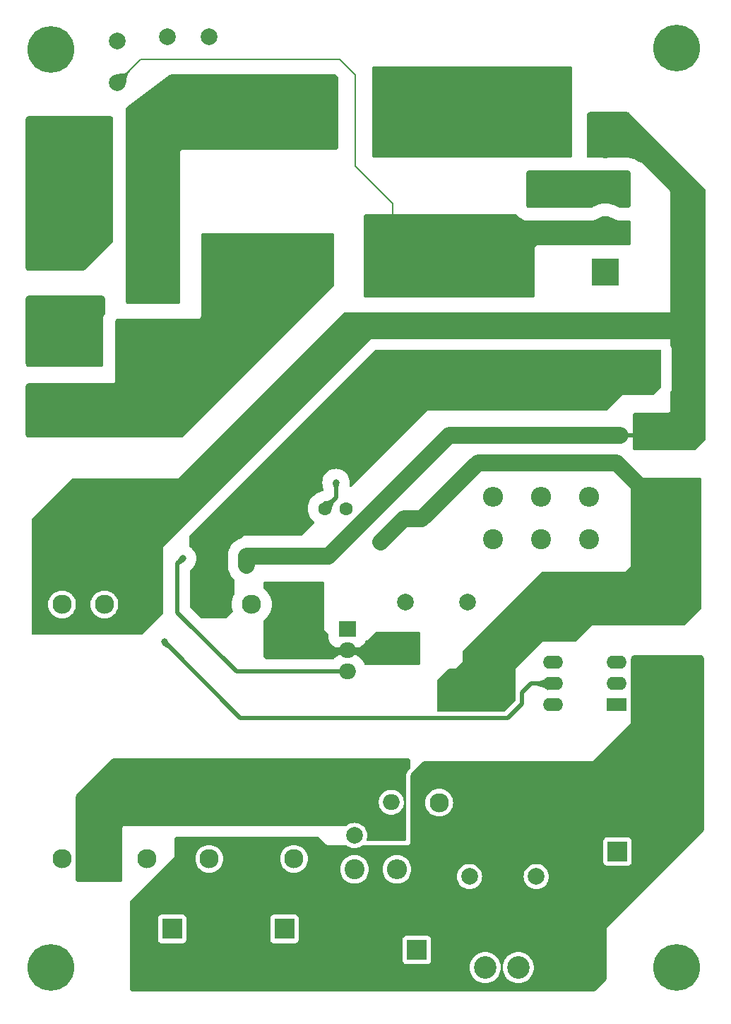
<source format=gbr>
%TF.GenerationSoftware,KiCad,Pcbnew,8.0.0-rc3-2-g1717f39daf*%
%TF.CreationDate,2024-02-17T21:45:02+01:00*%
%TF.ProjectId,ACDC150V24,41434443-3135-4305-9632-342e6b696361,rev?*%
%TF.SameCoordinates,Original*%
%TF.FileFunction,Copper,L2,Bot*%
%TF.FilePolarity,Positive*%
%FSLAX46Y46*%
G04 Gerber Fmt 4.6, Leading zero omitted, Abs format (unit mm)*
G04 Created by KiCad (PCBNEW 8.0.0-rc3-2-g1717f39daf) date 2024-02-17 21:45:02*
%MOMM*%
%LPD*%
G01*
G04 APERTURE LIST*
G04 Aperture macros list*
%AMRoundRect*
0 Rectangle with rounded corners*
0 $1 Rounding radius*
0 $2 $3 $4 $5 $6 $7 $8 $9 X,Y pos of 4 corners*
0 Add a 4 corners polygon primitive as box body*
4,1,4,$2,$3,$4,$5,$6,$7,$8,$9,$2,$3,0*
0 Add four circle primitives for the rounded corners*
1,1,$1+$1,$2,$3*
1,1,$1+$1,$4,$5*
1,1,$1+$1,$6,$7*
1,1,$1+$1,$8,$9*
0 Add four rect primitives between the rounded corners*
20,1,$1+$1,$2,$3,$4,$5,0*
20,1,$1+$1,$4,$5,$6,$7,0*
20,1,$1+$1,$6,$7,$8,$9,0*
20,1,$1+$1,$8,$9,$2,$3,0*%
G04 Aperture macros list end*
%TA.AperFunction,EtchedComponent*%
%ADD10C,0.000000*%
%TD*%
%TA.AperFunction,ComponentPad*%
%ADD11C,2.400000*%
%TD*%
%TA.AperFunction,ComponentPad*%
%ADD12O,2.400000X2.400000*%
%TD*%
%TA.AperFunction,ComponentPad*%
%ADD13O,2.000000X1.905000*%
%TD*%
%TA.AperFunction,ComponentPad*%
%ADD14R,2.000000X1.905000*%
%TD*%
%TA.AperFunction,ComponentPad*%
%ADD15C,3.600000*%
%TD*%
%TA.AperFunction,ConnectorPad*%
%ADD16C,5.600000*%
%TD*%
%TA.AperFunction,ComponentPad*%
%ADD17R,3.200000X3.200000*%
%TD*%
%TA.AperFunction,ComponentPad*%
%ADD18C,3.200000*%
%TD*%
%TA.AperFunction,ComponentPad*%
%ADD19C,1.800000*%
%TD*%
%TA.AperFunction,ComponentPad*%
%ADD20C,2.000000*%
%TD*%
%TA.AperFunction,ComponentPad*%
%ADD21R,2.400000X2.400000*%
%TD*%
%TA.AperFunction,ComponentPad*%
%ADD22C,1.700000*%
%TD*%
%TA.AperFunction,ComponentPad*%
%ADD23R,2.400000X1.600000*%
%TD*%
%TA.AperFunction,ComponentPad*%
%ADD24O,2.400000X1.600000*%
%TD*%
%TA.AperFunction,ComponentPad*%
%ADD25C,1.600000*%
%TD*%
%TA.AperFunction,ComponentPad*%
%ADD26C,2.300000*%
%TD*%
%TA.AperFunction,ComponentPad*%
%ADD27RoundRect,0.250001X-1.099999X1.099999X-1.099999X-1.099999X1.099999X-1.099999X1.099999X1.099999X0*%
%TD*%
%TA.AperFunction,ComponentPad*%
%ADD28C,2.700000*%
%TD*%
%TA.AperFunction,ComponentPad*%
%ADD29RoundRect,0.250001X1.099999X1.099999X-1.099999X1.099999X-1.099999X-1.099999X1.099999X-1.099999X0*%
%TD*%
%TA.AperFunction,WasherPad*%
%ADD30C,2.300000*%
%TD*%
%TA.AperFunction,SMDPad,CuDef*%
%ADD31C,0.500000*%
%TD*%
%TA.AperFunction,ViaPad*%
%ADD32C,0.800000*%
%TD*%
%TA.AperFunction,Conductor*%
%ADD33C,0.500000*%
%TD*%
%TA.AperFunction,Conductor*%
%ADD34C,2.000000*%
%TD*%
%TA.AperFunction,Conductor*%
%ADD35C,0.300000*%
%TD*%
%TA.AperFunction,Conductor*%
%ADD36C,0.200000*%
%TD*%
G04 APERTURE END LIST*
D10*
%TA.AperFunction,EtchedComponent*%
%TO.C,NT2*%
G36*
X107700000Y-74350000D02*
G01*
X106700000Y-74350000D01*
X106700000Y-73850000D01*
X107700000Y-73850000D01*
X107700000Y-74350000D01*
G37*
%TD.AperFunction*%
%TD*%
D11*
%TO.P,R22,1*%
%TO.N,Net-(D7-K)*%
X102400000Y-86540000D03*
D12*
%TO.P,R22,2*%
%TO.N,/PS/AC_R_O*%
X102400000Y-81460000D03*
%TD*%
D13*
%TO.P,Q1,3,S*%
%TO.N,Net-(Q1-S)*%
X73455000Y-102440000D03*
%TO.P,Q1,2,D*%
%TO.N,/PS/TR_SW*%
X73455000Y-99900000D03*
D14*
%TO.P,Q1,1,G*%
%TO.N,Net-(Q1-G)*%
X73455000Y-97360000D03*
%TD*%
D15*
%TO.P,H2,1,1*%
%TO.N,unconnected-(H2-Pad1)*%
X112900000Y-137900000D03*
D16*
%TO.N,unconnected-(H2-Pad1)_1*%
X112900000Y-137900000D03*
%TD*%
D17*
%TO.P,D6,1,+*%
%TO.N,/PS/AC_R_O*%
X104400000Y-54560000D03*
D18*
%TO.P,D6,2*%
%TO.N,/PS/AC_R_I_2*%
X104400000Y-49480000D03*
%TO.P,D6,3*%
%TO.N,/PS/AC_R_I_1*%
X104400000Y-44400000D03*
%TO.P,D6,4,-*%
%TO.N,DCR_GND*%
X104400000Y-39320000D03*
%TD*%
D19*
%TO.P,F1,1*%
%TO.N,/PS/AC_L*%
X40100000Y-58440000D03*
%TO.P,F1,2*%
%TO.N,Net-(F1-Pad2)*%
X40100000Y-53360000D03*
%TD*%
%TO.P,RV1,1*%
%TO.N,/PS/AC_L_SW*%
X49900000Y-55400000D03*
%TO.P,RV1,2*%
%TO.N,/PS/AC_N*%
X48600000Y-62900000D03*
%TD*%
D20*
%TO.P,SW1,1,1*%
%TO.N,Net-(F1-Pad2)*%
X42900000Y-37900000D03*
%TO.P,SW1,2,2*%
%TO.N,/PS/AC_L_SW*%
X48900000Y-36900000D03*
%TO.P,SW1,3,3*%
%TO.N,Net-(F1-Pad2)*%
X42900000Y-47900000D03*
%TO.P,SW1,4,4*%
%TO.N,/PS/AC_L_SW*%
X48900000Y-48900000D03*
%TD*%
%TO.P,C12,1*%
%TO.N,OUT_GND*%
X111081200Y-101895200D03*
%TO.P,C12,2*%
%TO.N,GND_DC_P*%
X111081200Y-94395200D03*
%TD*%
%TO.P,C28,1*%
%TO.N,Net-(C28-Pad1)*%
X74302000Y-122072000D03*
%TO.P,C28,2*%
%TO.N,Net-(D8A-A)*%
X74302000Y-114572000D03*
%TD*%
D21*
%TO.P,C25,1*%
%TO.N,/PS/24V_O*%
X52458000Y-133274541D03*
D11*
%TO.P,C25,2*%
%TO.N,OUT_GND*%
X52458000Y-138274541D03*
%TD*%
D22*
%TO.P,C7,1*%
%TO.N,/PS/AC_L_SW*%
X59400000Y-33400000D03*
%TO.P,C7,2*%
%TO.N,/PS/AC_N*%
X59400000Y-55900000D03*
%TD*%
D21*
%TO.P,C24,1*%
%TO.N,/PS/24V_O*%
X65920000Y-133274541D03*
D11*
%TO.P,C24,2*%
%TO.N,OUT_GND*%
X65920000Y-138274541D03*
%TD*%
D12*
%TO.P,R20,2*%
%TO.N,/PS/AC_R_O*%
X90900000Y-81460000D03*
D11*
%TO.P,R20,1*%
%TO.N,Net-(C21-Pad2)*%
X90900000Y-86540000D03*
%TD*%
D23*
%TO.P,U2,1*%
%TO.N,Net-(R12-Pad1)*%
X105725000Y-106425000D03*
D24*
%TO.P,U2,2*%
%TO.N,Net-(U3-K)*%
X105725000Y-103885000D03*
%TO.P,U2,3,NC*%
%TO.N,unconnected-(U2-NC-Pad3)*%
X105725000Y-101345000D03*
%TO.P,U2,4*%
%TO.N,GND_DC_S*%
X98105000Y-101345000D03*
%TO.P,U2,5*%
%TO.N,/PS/OPT_C*%
X98105000Y-103885000D03*
%TO.P,U2,6*%
%TO.N,unconnected-(U2-Pad6)*%
X98105000Y-106425000D03*
%TD*%
D22*
%TO.P,C11,1*%
%TO.N,Net-(C11-Pad1)*%
X88400000Y-32900000D03*
%TO.P,C11,2*%
%TO.N,/PS/AC_R_I_2*%
X88400000Y-55400000D03*
%TD*%
D21*
%TO.P,C16,1*%
%TO.N,/PS/AC_R_O*%
X109400000Y-65900000D03*
D11*
%TO.P,C16,2*%
%TO.N,DCR_GND*%
X109400000Y-73400000D03*
%TD*%
D25*
%TO.P,C6,1*%
%TO.N,Net-(D4-K)*%
X70766000Y-82900000D03*
%TO.P,C6,2*%
%TO.N,GND_DC_P*%
X73266000Y-82900000D03*
%TD*%
D11*
%TO.P,R19,1*%
%TO.N,Net-(D7-K)*%
X96650000Y-86540000D03*
D12*
%TO.P,R19,2*%
%TO.N,/PS/AC_R_O*%
X96650000Y-81460000D03*
%TD*%
D21*
%TO.P,C23,1*%
%TO.N,/PS/24V_F*%
X105824541Y-124003541D03*
D11*
%TO.P,C23,2*%
%TO.N,OUT_GND*%
X110824541Y-124003541D03*
%TD*%
D26*
%TO.P,FL1,1,1*%
%TO.N,/PS/AC_N*%
X68900000Y-52650000D03*
%TO.P,FL1,2,2*%
%TO.N,/PS/AC_R_I_2*%
X78900000Y-52650000D03*
%TO.P,FL1,3,3*%
%TO.N,/PS/AC_L_SW*%
X68900000Y-33900000D03*
%TO.P,FL1,4,4*%
%TO.N,Net-(C11-Pad1)*%
X78900000Y-33900000D03*
%TD*%
D20*
%TO.P,C21,1*%
%TO.N,Net-(D7-K)*%
X87900000Y-94150000D03*
%TO.P,C21,2*%
%TO.N,Net-(C21-Pad2)*%
X80400000Y-94150000D03*
%TD*%
D15*
%TO.P,H4,1,1*%
%TO.N,unconnected-(H4-Pad1)_1*%
X112900000Y-27700000D03*
D16*
%TO.N,unconnected-(H4-Pad1)*%
X112900000Y-27700000D03*
%TD*%
D20*
%TO.P,C9,1*%
%TO.N,/PS/AC_R_I_2*%
X45900000Y-31900000D03*
%TO.P,C9,2*%
%TO.N,EARTH*%
X45900000Y-26900000D03*
%TD*%
D11*
%TO.P,R21,1*%
%TO.N,Net-(C28-Pad1)*%
X74317000Y-126136000D03*
D12*
%TO.P,R21,2*%
%TO.N,/PS/24V_O*%
X79397000Y-126136000D03*
%TD*%
D25*
%TO.P,TH1,1*%
%TO.N,/PS/AC_R_I_1*%
X97150000Y-44400000D03*
%TO.P,TH1,2*%
%TO.N,Net-(C11-Pad1)*%
X98650000Y-39400000D03*
%TD*%
D27*
%TO.P,J1,1,Pin_1*%
%TO.N,/PS/AC_L*%
X40650000Y-63400000D03*
D28*
%TO.P,J1,2,Pin_2*%
%TO.N,/PS/AC_N*%
X40650000Y-71320000D03*
%TD*%
D26*
%TO.P,TR1,1,1*%
%TO.N,/PS/TR_SW*%
X67060000Y-94400000D03*
%TO.P,TR1,2,2*%
%TO.N,unconnected-(TR1-Pad2)*%
X61980000Y-94400000D03*
%TO.P,TR1,3,3*%
%TO.N,/PS/AC_R_O*%
X56900000Y-94400000D03*
%TO.P,TR1,4,4*%
%TO.N,DCR_GND*%
X49407000Y-94400000D03*
%TO.P,TR1,5,5*%
%TO.N,/PS/AUX*%
X44327000Y-94400000D03*
%TO.P,TR1,6*%
%TO.N,N/C*%
X39247000Y-94400000D03*
%TO.P,TR1,7*%
X39247000Y-124880000D03*
%TO.P,TR1,8,8*%
%TO.N,Net-(D8A-A)*%
X44327000Y-124880000D03*
%TO.P,TR1,9,9*%
%TO.N,Net-(TR1-Pad10)*%
X49407000Y-124880000D03*
%TO.P,TR1,10,10*%
X56900000Y-124880000D03*
%TO.P,TR1,11,11*%
%TO.N,OUT_GND*%
X61980000Y-124880000D03*
%TO.P,TR1,12*%
%TO.N,N/C*%
X67060000Y-124880000D03*
%TD*%
D20*
%TO.P,C8,1*%
%TO.N,Net-(C11-Pad1)*%
X56900000Y-26400000D03*
%TO.P,C8,2*%
%TO.N,EARTH*%
X51900000Y-26400000D03*
%TD*%
D29*
%TO.P,J2,1,Pin_1*%
%TO.N,OUT_GND*%
X101860000Y-137900000D03*
D28*
%TO.P,J2,2,Pin_2*%
X97900000Y-137900000D03*
%TO.P,J2,3,Pin_3*%
%TO.N,/PS/24V_F*%
X93940000Y-137900000D03*
%TO.P,J2,4,Pin_4*%
X89980000Y-137900000D03*
%TD*%
D14*
%TO.P,D8,1,A*%
%TO.N,Net-(D8A-A)*%
X78714000Y-115558000D03*
D13*
%TO.P,D8,2,K*%
%TO.N,/PS/24V_O*%
X78714000Y-118098000D03*
%TO.P,D8,3,K*%
%TO.N,Net-(D8A-A)*%
X78714000Y-120638000D03*
%TD*%
D30*
%TO.P,HS2,*%
%TO.N,*%
X84462000Y-118135000D03*
%TD*%
D15*
%TO.P,H3,1,1*%
%TO.N,unconnected-(H3-Pad1)*%
X37900000Y-137900000D03*
D16*
%TO.N,unconnected-(H3-Pad1)_1*%
X37900000Y-137900000D03*
%TD*%
D21*
%TO.P,C22,1*%
%TO.N,/PS/24V_F*%
X81768459Y-135788000D03*
D11*
%TO.P,C22,2*%
%TO.N,OUT_GND*%
X76768459Y-135788000D03*
%TD*%
D20*
%TO.P,L1,1*%
%TO.N,/PS/24V_F*%
X96100000Y-127000000D03*
%TO.P,L1,2*%
%TO.N,/PS/24V_O*%
X88100000Y-127000000D03*
%TD*%
D31*
%TO.P,NT2,1,1*%
%TO.N,GND_DC_S*%
X106700000Y-74100000D03*
%TO.P,NT2,2,2*%
%TO.N,DCR_GND*%
X107700000Y-74100000D03*
%TD*%
D15*
%TO.P,H1,1,1*%
%TO.N,EARTH*%
X37900000Y-27900000D03*
D16*
X37900000Y-27900000D03*
%TD*%
D32*
%TO.N,/PS/TR_SW*%
X78500000Y-100100000D03*
X77200000Y-100100000D03*
X77200000Y-98800000D03*
X78500000Y-98900000D03*
%TO.N,GND_DC_P*%
X91600000Y-104900000D03*
X91600000Y-106400000D03*
X89800000Y-106400000D03*
X79600000Y-84900000D03*
X78600000Y-85800000D03*
X77800000Y-86600000D03*
X91600000Y-103400000D03*
X89800000Y-103400000D03*
X88000000Y-103400000D03*
X89800000Y-104900000D03*
X88000000Y-104900000D03*
X88000000Y-106400000D03*
%TO.N,/PS/OPT_C*%
X51500000Y-98900000D03*
%TO.N,Net-(Q1-S)*%
X53700000Y-88900000D03*
%TO.N,DCR_GND*%
X113800000Y-63600000D03*
X113900000Y-56600000D03*
X113800000Y-65600000D03*
X113800000Y-61500000D03*
X113800000Y-59400000D03*
%TO.N,OUT_GND*%
X110150000Y-107650000D03*
X111900000Y-113650000D03*
X107703000Y-115722000D03*
X93453000Y-116992000D03*
X93453000Y-114960000D03*
%TO.N,Net-(D4-K)*%
X72100000Y-79800000D03*
%TO.N,GND_DC_S*%
X61400000Y-88600000D03*
X61400000Y-89700000D03*
%TO.N,GND_DC_P*%
X112910000Y-83464000D03*
X112910000Y-85115000D03*
X110751000Y-84988000D03*
X110751000Y-81559000D03*
X112910000Y-81559000D03*
X110751000Y-83337000D03*
%TD*%
D33*
%TO.N,Net-(Q1-S)*%
X53100000Y-89500000D02*
X53700000Y-88900000D01*
X53100000Y-95350000D02*
X53100000Y-89500000D01*
X60190000Y-102440000D02*
X53100000Y-95350000D01*
X73455000Y-102440000D02*
X60190000Y-102440000D01*
%TO.N,/PS/OPT_C*%
X94400000Y-104985000D02*
X95500000Y-103885000D01*
X95500000Y-103885000D02*
X98105000Y-103885000D01*
X94400000Y-106300000D02*
X94400000Y-104985000D01*
X92700000Y-108000000D02*
X94400000Y-106300000D01*
X60600000Y-108000000D02*
X92700000Y-108000000D01*
X51500000Y-98900000D02*
X60600000Y-108000000D01*
D34*
%TO.N,GND_DC_P*%
X82400000Y-84150000D02*
X80246194Y-84150000D01*
X89150000Y-77400000D02*
X82400000Y-84150000D01*
X105700000Y-77400000D02*
X89150000Y-77400000D01*
X109859000Y-81559000D02*
X105700000Y-77400000D01*
X110751000Y-81559000D02*
X109859000Y-81559000D01*
X80246194Y-84150000D02*
X77448097Y-86948097D01*
D35*
%TO.N,Net-(C21-Pad2)*%
X90900000Y-87400000D02*
X90900000Y-86540000D01*
D34*
%TO.N,GND_DC_S*%
X85700000Y-74100000D02*
X106150000Y-74100000D01*
X61400000Y-88600000D02*
X71200000Y-88600000D01*
X71200000Y-88600000D02*
X85700000Y-74100000D01*
D36*
%TO.N,/PS/AC_R_I_2*%
X74400000Y-30984000D02*
X74400000Y-41900000D01*
X78900000Y-46400000D02*
X78900000Y-52650000D01*
X48692000Y-29108000D02*
X72524000Y-29108000D01*
X45900000Y-31900000D02*
X48692000Y-29108000D01*
X74400000Y-41900000D02*
X78900000Y-46400000D01*
X72524000Y-29108000D02*
X74400000Y-30984000D01*
D33*
%TO.N,Net-(D4-K)*%
X72100000Y-81566000D02*
X70766000Y-82900000D01*
X72100000Y-79800000D02*
X72100000Y-81566000D01*
D34*
%TO.N,GND_DC_S*%
X61400000Y-89700000D02*
X61400000Y-88600000D01*
%TD*%
%TA.AperFunction,Conductor*%
%TO.N,/PS/AC_R_I_1*%
G36*
X104028134Y-42401752D02*
G01*
X104031837Y-42402381D01*
X104052307Y-42405859D01*
X104400000Y-42425385D01*
X104747693Y-42405859D01*
X104768554Y-42402314D01*
X104771866Y-42401752D01*
X104792637Y-42400000D01*
X107087789Y-42400000D01*
X107111971Y-42402381D01*
X107190618Y-42418024D01*
X107235308Y-42436535D01*
X107291626Y-42474166D01*
X107325833Y-42508373D01*
X107363462Y-42564688D01*
X107381976Y-42609387D01*
X107397617Y-42688019D01*
X107400000Y-42712210D01*
X107400000Y-46587789D01*
X107397617Y-46611980D01*
X107381976Y-46690612D01*
X107363462Y-46735311D01*
X107325836Y-46791623D01*
X107291623Y-46825836D01*
X107235311Y-46863462D01*
X107190612Y-46881976D01*
X107111980Y-46897617D01*
X107087789Y-46900000D01*
X106161317Y-46900000D01*
X106094278Y-46880315D01*
X106089562Y-46877130D01*
X106052164Y-46850595D01*
X105747374Y-46682144D01*
X105680741Y-46654544D01*
X105425644Y-46548879D01*
X105258328Y-46500676D01*
X105091017Y-46452474D01*
X105091009Y-46452472D01*
X104747700Y-46394142D01*
X104747688Y-46394140D01*
X104400000Y-46374615D01*
X104052311Y-46394140D01*
X104052299Y-46394142D01*
X103708990Y-46452472D01*
X103708982Y-46452474D01*
X103374359Y-46548878D01*
X103374356Y-46548879D01*
X103280419Y-46587789D01*
X103052625Y-46682144D01*
X102747835Y-46850595D01*
X102710438Y-46877130D01*
X102644372Y-46899869D01*
X102638683Y-46900000D01*
X95212211Y-46900000D01*
X95188020Y-46897617D01*
X95109387Y-46881976D01*
X95064689Y-46863462D01*
X95008373Y-46825833D01*
X94974166Y-46791626D01*
X94936535Y-46735308D01*
X94918024Y-46690618D01*
X94902381Y-46611971D01*
X94900000Y-46587789D01*
X94900000Y-42712210D01*
X94902381Y-42688029D01*
X94918025Y-42609379D01*
X94936534Y-42564693D01*
X94974168Y-42508370D01*
X95008370Y-42474168D01*
X95064693Y-42436534D01*
X95109379Y-42418025D01*
X95188028Y-42402381D01*
X95212211Y-42400000D01*
X104007363Y-42400000D01*
X104028134Y-42401752D01*
G37*
%TD.AperFunction*%
%TD*%
%TA.AperFunction,Conductor*%
%TO.N,/PS/AC_R_I_2*%
G36*
X93743967Y-47669685D02*
G01*
X93771380Y-47693659D01*
X93909601Y-47856157D01*
X93909609Y-47856166D01*
X93909617Y-47856175D01*
X93909625Y-47856183D01*
X93943818Y-47890377D01*
X93981987Y-47927224D01*
X93981992Y-47927229D01*
X94129576Y-48044057D01*
X94171964Y-48077612D01*
X94228280Y-48115241D01*
X94272916Y-48143941D01*
X94488573Y-48254368D01*
X94533271Y-48272882D01*
X94582624Y-48292313D01*
X94815680Y-48358549D01*
X94815695Y-48358552D01*
X94815699Y-48358553D01*
X94894308Y-48374189D01*
X94894313Y-48374190D01*
X95040431Y-48395865D01*
X95064622Y-48398248D01*
X95212211Y-48405500D01*
X95212225Y-48405500D01*
X102638667Y-48405500D01*
X102638683Y-48405500D01*
X102673341Y-48405101D01*
X102679030Y-48404970D01*
X102899638Y-48383570D01*
X103134335Y-48323409D01*
X103200401Y-48300670D01*
X103373399Y-48228801D01*
X103409007Y-48207622D01*
X103462272Y-48175943D01*
X103465678Y-48173989D01*
X103476071Y-48168244D01*
X103476072Y-48168245D01*
X103700785Y-48044049D01*
X103713292Y-48038027D01*
X103865940Y-47974799D01*
X103879065Y-47970206D01*
X104037826Y-47924468D01*
X104051377Y-47921374D01*
X104214280Y-47893695D01*
X104228077Y-47892141D01*
X104393051Y-47882877D01*
X104406941Y-47882877D01*
X104571924Y-47892141D01*
X104585723Y-47893695D01*
X104728333Y-47917926D01*
X104748602Y-47921370D01*
X104762158Y-47924464D01*
X104831622Y-47944476D01*
X104920942Y-47970209D01*
X104934045Y-47974794D01*
X105086708Y-48038028D01*
X105099221Y-48044054D01*
X105269481Y-48138154D01*
X105271145Y-48139090D01*
X105443895Y-48238082D01*
X105670118Y-48324828D01*
X105737157Y-48344513D01*
X105919818Y-48386004D01*
X106161317Y-48405500D01*
X106161326Y-48405500D01*
X107087775Y-48405500D01*
X107087789Y-48405500D01*
X107235378Y-48398248D01*
X107259569Y-48395865D01*
X107259635Y-48395855D01*
X107260757Y-48395717D01*
X107260876Y-48395736D01*
X107261085Y-48395716D01*
X107261090Y-48395771D01*
X107329708Y-48407012D01*
X107381607Y-48453791D01*
X107400000Y-48518777D01*
X107400000Y-51087789D01*
X107397617Y-51111980D01*
X107381976Y-51190612D01*
X107363462Y-51235311D01*
X107325836Y-51291623D01*
X107291623Y-51325836D01*
X107235311Y-51363462D01*
X107190612Y-51381976D01*
X107111980Y-51397617D01*
X107087789Y-51400000D01*
X96199995Y-51400000D01*
X96085197Y-51422834D01*
X96085196Y-51422835D01*
X95987868Y-51487868D01*
X95922835Y-51585196D01*
X95922834Y-51585197D01*
X95900000Y-51699995D01*
X95900000Y-57337789D01*
X95897617Y-57361980D01*
X95881976Y-57440612D01*
X95863462Y-57485311D01*
X95825836Y-57541623D01*
X95791623Y-57575836D01*
X95735311Y-57613462D01*
X95690612Y-57631976D01*
X95611980Y-57647617D01*
X95587789Y-57650000D01*
X75712211Y-57650000D01*
X75688020Y-57647617D01*
X75609387Y-57631976D01*
X75564689Y-57613462D01*
X75508373Y-57575833D01*
X75474166Y-57541626D01*
X75436535Y-57485308D01*
X75418024Y-57440618D01*
X75402381Y-57361971D01*
X75400000Y-57337789D01*
X75400000Y-47962210D01*
X75402381Y-47938029D01*
X75418025Y-47859379D01*
X75436534Y-47814693D01*
X75474168Y-47758370D01*
X75508370Y-47724168D01*
X75564693Y-47686534D01*
X75609379Y-47668025D01*
X75688028Y-47652381D01*
X75712211Y-47650000D01*
X93676928Y-47650000D01*
X93743967Y-47669685D01*
G37*
%TD.AperFunction*%
%TD*%
%TA.AperFunction,Conductor*%
%TO.N,Net-(C11-Pad1)*%
G36*
X100111971Y-29902381D02*
G01*
X100190618Y-29918024D01*
X100235308Y-29936535D01*
X100291626Y-29974166D01*
X100325833Y-30008373D01*
X100363462Y-30064688D01*
X100381976Y-30109387D01*
X100397617Y-30188019D01*
X100400000Y-30212210D01*
X100400000Y-40587789D01*
X100397617Y-40611980D01*
X100381976Y-40690612D01*
X100363462Y-40735311D01*
X100325836Y-40791623D01*
X100291623Y-40825836D01*
X100235311Y-40863462D01*
X100190612Y-40881976D01*
X100111980Y-40897617D01*
X100087789Y-40900000D01*
X76712211Y-40900000D01*
X76688020Y-40897617D01*
X76609387Y-40881976D01*
X76564689Y-40863462D01*
X76508373Y-40825833D01*
X76474166Y-40791626D01*
X76436535Y-40735308D01*
X76418024Y-40690618D01*
X76402381Y-40611971D01*
X76400000Y-40587789D01*
X76400000Y-30212210D01*
X76402381Y-30188029D01*
X76418025Y-30109379D01*
X76436534Y-30064693D01*
X76474168Y-30008370D01*
X76508370Y-29974168D01*
X76564693Y-29936534D01*
X76609379Y-29918025D01*
X76688028Y-29902381D01*
X76712211Y-29900000D01*
X100087789Y-29900000D01*
X100111971Y-29902381D01*
G37*
%TD.AperFunction*%
%TD*%
%TA.AperFunction,Conductor*%
%TO.N,/PS/AC_N*%
G36*
X71611971Y-49902381D02*
G01*
X71690618Y-49918024D01*
X71735308Y-49936535D01*
X71791626Y-49974166D01*
X71825833Y-50008373D01*
X71863462Y-50064688D01*
X71881976Y-50109387D01*
X71897617Y-50188019D01*
X71900000Y-50212210D01*
X71900000Y-56013525D01*
X71897617Y-56037716D01*
X71881976Y-56116348D01*
X71863461Y-56161048D01*
X71818916Y-56227714D01*
X71803495Y-56246504D01*
X53746504Y-74303495D01*
X53727714Y-74318916D01*
X53661048Y-74363461D01*
X53616348Y-74381976D01*
X53537716Y-74397617D01*
X53513525Y-74400000D01*
X35212211Y-74400000D01*
X35188020Y-74397617D01*
X35109387Y-74381976D01*
X35064689Y-74363462D01*
X35008373Y-74325833D01*
X34974166Y-74291626D01*
X34936535Y-74235308D01*
X34918024Y-74190618D01*
X34902381Y-74111971D01*
X34900000Y-74087789D01*
X34900000Y-68212210D01*
X34902381Y-68188029D01*
X34918025Y-68109379D01*
X34936534Y-68064693D01*
X34974168Y-68008370D01*
X35008370Y-67974168D01*
X35064693Y-67936534D01*
X35109379Y-67918025D01*
X35188028Y-67902381D01*
X35212211Y-67900000D01*
X45350001Y-67900000D01*
X45350002Y-67899999D01*
X45388612Y-67892319D01*
X45464802Y-67877165D01*
X45464802Y-67877164D01*
X45464805Y-67877164D01*
X45562132Y-67812132D01*
X45627164Y-67714805D01*
X45650000Y-67600000D01*
X45650000Y-60462210D01*
X45652381Y-60438029D01*
X45668025Y-60359379D01*
X45686534Y-60314693D01*
X45724168Y-60258370D01*
X45758370Y-60224168D01*
X45814693Y-60186534D01*
X45859379Y-60168025D01*
X45938028Y-60152381D01*
X45962211Y-60150000D01*
X55600001Y-60150000D01*
X55600002Y-60149999D01*
X55638612Y-60142319D01*
X55714802Y-60127165D01*
X55714802Y-60127164D01*
X55714805Y-60127164D01*
X55812132Y-60062132D01*
X55877164Y-59964805D01*
X55900000Y-59850000D01*
X55900000Y-50212210D01*
X55902381Y-50188029D01*
X55918025Y-50109379D01*
X55936534Y-50064693D01*
X55974168Y-50008370D01*
X56008370Y-49974168D01*
X56064693Y-49936534D01*
X56109379Y-49918025D01*
X56188028Y-49902381D01*
X56212211Y-49900000D01*
X71587789Y-49900000D01*
X71611971Y-49902381D01*
G37*
%TD.AperFunction*%
%TD*%
%TA.AperFunction,Conductor*%
%TO.N,Net-(D8A-A)*%
G36*
X80744971Y-112803381D02*
G01*
X80823618Y-112819024D01*
X80868308Y-112837535D01*
X80924626Y-112875166D01*
X80958833Y-112909373D01*
X80996462Y-112965688D01*
X81014976Y-113010387D01*
X81030617Y-113089019D01*
X81033000Y-113113210D01*
X81033000Y-113928438D01*
X81013315Y-113995477D01*
X80996681Y-114016119D01*
X80764663Y-114248136D01*
X80730805Y-114285494D01*
X80730797Y-114285504D01*
X80718506Y-114300481D01*
X80718500Y-114300489D01*
X80688500Y-114340939D01*
X80639813Y-114413804D01*
X80639809Y-114413811D01*
X80592364Y-114502575D01*
X80592355Y-114502594D01*
X80577585Y-114538253D01*
X80577578Y-114538270D01*
X80548359Y-114634599D01*
X80548358Y-114634600D01*
X80531263Y-114720548D01*
X80523875Y-114770364D01*
X80523871Y-114770400D01*
X80521973Y-114789669D01*
X80521972Y-114789686D01*
X80521972Y-114789690D01*
X80519500Y-114840015D01*
X80519500Y-114840027D01*
X80519500Y-122577500D01*
X80499815Y-122644539D01*
X80447011Y-122690294D01*
X80395500Y-122701500D01*
X75859170Y-122701500D01*
X75792131Y-122681815D01*
X75746376Y-122629011D01*
X75736432Y-122559853D01*
X75740038Y-122544348D01*
X75739968Y-122544332D01*
X75796534Y-122308714D01*
X75796535Y-122308711D01*
X75815165Y-122072000D01*
X75796535Y-121835289D01*
X75741105Y-121604406D01*
X75741104Y-121604403D01*
X75741104Y-121604402D01*
X75650242Y-121385040D01*
X75650240Y-121385037D01*
X75590212Y-121287080D01*
X75572536Y-121234442D01*
X75572000Y-121229006D01*
X75572000Y-121229000D01*
X75566213Y-121199908D01*
X75549165Y-121114197D01*
X75549164Y-121114196D01*
X75549164Y-121114195D01*
X75484132Y-121016868D01*
X75386805Y-120951836D01*
X75386803Y-120951835D01*
X75386800Y-120951834D01*
X75322586Y-120939061D01*
X75266247Y-120911734D01*
X75191425Y-120847830D01*
X75191413Y-120847821D01*
X74988962Y-120723759D01*
X74988959Y-120723757D01*
X74769596Y-120632895D01*
X74538714Y-120577465D01*
X74302000Y-120558835D01*
X74065285Y-120577465D01*
X73834404Y-120632895D01*
X73834402Y-120632895D01*
X73615040Y-120723757D01*
X73615037Y-120723759D01*
X73412589Y-120847820D01*
X73412587Y-120847821D01*
X73352324Y-120899291D01*
X73288563Y-120927861D01*
X73271793Y-120929000D01*
X46705798Y-120929000D01*
X46622838Y-120945501D01*
X46622837Y-120945502D01*
X46552500Y-120992500D01*
X46505502Y-121062837D01*
X46505501Y-121062838D01*
X46489000Y-121145798D01*
X46489000Y-127347789D01*
X46486617Y-127371980D01*
X46470976Y-127450612D01*
X46452462Y-127495311D01*
X46414836Y-127551623D01*
X46380623Y-127585836D01*
X46324311Y-127623462D01*
X46279612Y-127641976D01*
X46200980Y-127657617D01*
X46176789Y-127660000D01*
X41213211Y-127660000D01*
X41189020Y-127657617D01*
X41110387Y-127641976D01*
X41065689Y-127623462D01*
X41009373Y-127585833D01*
X40975166Y-127551626D01*
X40937535Y-127495308D01*
X40919024Y-127450618D01*
X40903381Y-127371971D01*
X40901000Y-127347789D01*
X40901000Y-125007210D01*
X40901382Y-124997481D01*
X40910628Y-124880000D01*
X40901382Y-124762517D01*
X40901000Y-124752788D01*
X40901000Y-118212988D01*
X77205500Y-118212988D01*
X77241473Y-118440118D01*
X77312539Y-118658833D01*
X77389614Y-118810100D01*
X77416940Y-118863731D01*
X77552111Y-119049778D01*
X77714722Y-119212389D01*
X77900769Y-119347560D01*
X77997578Y-119396886D01*
X78105666Y-119451960D01*
X78105668Y-119451960D01*
X78105671Y-119451962D01*
X78222904Y-119490053D01*
X78324381Y-119523026D01*
X78551512Y-119559000D01*
X78551517Y-119559000D01*
X78876488Y-119559000D01*
X79103618Y-119523026D01*
X79322329Y-119451962D01*
X79527231Y-119347560D01*
X79713278Y-119212389D01*
X79875889Y-119049778D01*
X80011060Y-118863731D01*
X80115462Y-118658829D01*
X80186526Y-118440118D01*
X80206395Y-118314669D01*
X80222500Y-118212988D01*
X80222500Y-117983011D01*
X80186526Y-117755881D01*
X80115460Y-117537166D01*
X80060386Y-117429078D01*
X80011060Y-117332269D01*
X79875889Y-117146222D01*
X79713278Y-116983611D01*
X79527231Y-116848440D01*
X79322333Y-116744039D01*
X79103618Y-116672973D01*
X78876488Y-116637000D01*
X78876483Y-116637000D01*
X78551517Y-116637000D01*
X78551512Y-116637000D01*
X78324381Y-116672973D01*
X78105666Y-116744039D01*
X77900768Y-116848440D01*
X77714719Y-116983613D01*
X77552113Y-117146219D01*
X77416940Y-117332268D01*
X77312539Y-117537166D01*
X77241473Y-117755881D01*
X77205500Y-117983011D01*
X77205500Y-118212988D01*
X40901000Y-118212988D01*
X40901000Y-117382474D01*
X40903381Y-117358293D01*
X40919025Y-117279643D01*
X40937536Y-117234955D01*
X40982088Y-117168278D01*
X40997499Y-117149500D01*
X45249500Y-112897499D01*
X45268278Y-112882088D01*
X45334955Y-112837536D01*
X45379643Y-112819025D01*
X45458292Y-112803381D01*
X45482475Y-112801000D01*
X80720789Y-112801000D01*
X80744971Y-112803381D01*
G37*
%TD.AperFunction*%
%TD*%
%TA.AperFunction,Conductor*%
%TO.N,Net-(F1-Pad2)*%
G36*
X45111971Y-35902381D02*
G01*
X45190618Y-35918024D01*
X45235308Y-35936535D01*
X45291626Y-35974166D01*
X45325833Y-36008373D01*
X45363462Y-36064688D01*
X45381976Y-36109386D01*
X45392117Y-36160367D01*
X45394500Y-36184559D01*
X45394500Y-50775175D01*
X45392117Y-50799366D01*
X45381976Y-50850348D01*
X45363461Y-50895048D01*
X45318916Y-50961714D01*
X45303495Y-50980504D01*
X41980504Y-54303495D01*
X41961714Y-54318916D01*
X41895048Y-54363461D01*
X41850348Y-54381976D01*
X41771716Y-54397617D01*
X41747525Y-54400000D01*
X35212211Y-54400000D01*
X35188020Y-54397617D01*
X35109387Y-54381976D01*
X35064689Y-54363462D01*
X35008373Y-54325833D01*
X34974166Y-54291626D01*
X34936535Y-54235308D01*
X34918024Y-54190618D01*
X34902381Y-54111971D01*
X34900000Y-54087789D01*
X34900000Y-36212210D01*
X34902381Y-36188029D01*
X34918025Y-36109379D01*
X34936534Y-36064693D01*
X34974168Y-36008370D01*
X35008370Y-35974168D01*
X35064693Y-35936534D01*
X35109379Y-35918025D01*
X35188028Y-35902381D01*
X35212211Y-35900000D01*
X45087789Y-35900000D01*
X45111971Y-35902381D01*
G37*
%TD.AperFunction*%
%TD*%
%TA.AperFunction,Conductor*%
%TO.N,/PS/AC_L_SW*%
G36*
X72076228Y-30927685D02*
G01*
X72096870Y-30944319D01*
X72355681Y-31203130D01*
X72389166Y-31264453D01*
X72392000Y-31290811D01*
X72392000Y-39587789D01*
X72389617Y-39611980D01*
X72373976Y-39690612D01*
X72355462Y-39735311D01*
X72317836Y-39791623D01*
X72283623Y-39825836D01*
X72227311Y-39863462D01*
X72182612Y-39881976D01*
X72103980Y-39897617D01*
X72079789Y-39900000D01*
X53699995Y-39900000D01*
X53585197Y-39922834D01*
X53585196Y-39922835D01*
X53487868Y-39987868D01*
X53422835Y-40085196D01*
X53422834Y-40085197D01*
X53400000Y-40199995D01*
X53400000Y-58087789D01*
X53397617Y-58111980D01*
X53381976Y-58190612D01*
X53363462Y-58235311D01*
X53325836Y-58291623D01*
X53291623Y-58325836D01*
X53235311Y-58363462D01*
X53190612Y-58381976D01*
X53111980Y-58397617D01*
X53087789Y-58400000D01*
X47212211Y-58400000D01*
X47188020Y-58397617D01*
X47109387Y-58381976D01*
X47064689Y-58363462D01*
X47008373Y-58325833D01*
X46974166Y-58291626D01*
X46936535Y-58235308D01*
X46918024Y-58190618D01*
X46902381Y-58111971D01*
X46900000Y-58087789D01*
X46900000Y-35059602D01*
X46901478Y-35040514D01*
X46911244Y-34977827D01*
X46922856Y-34941463D01*
X46946885Y-34893405D01*
X46969008Y-34862299D01*
X47013300Y-34816872D01*
X47027677Y-34804242D01*
X52134672Y-30973995D01*
X52151518Y-30963362D01*
X52153450Y-30962349D01*
X52209975Y-30932733D01*
X52247659Y-30920171D01*
X52289184Y-30913433D01*
X52312802Y-30909601D01*
X52332663Y-30908000D01*
X72009189Y-30908000D01*
X72076228Y-30927685D01*
G37*
%TD.AperFunction*%
%TD*%
%TA.AperFunction,Conductor*%
%TO.N,DCR_GND*%
G36*
X107037707Y-35402381D02*
G01*
X107116354Y-35418024D01*
X107161046Y-35436537D01*
X107227714Y-35481083D01*
X107246504Y-35496504D01*
X116303495Y-44553495D01*
X116318916Y-44572285D01*
X116363461Y-44638951D01*
X116381976Y-44683651D01*
X116397617Y-44762283D01*
X116400000Y-44786474D01*
X116400000Y-74513525D01*
X116397617Y-74537716D01*
X116381976Y-74616348D01*
X116363461Y-74661048D01*
X116318916Y-74727714D01*
X116303495Y-74746504D01*
X115196504Y-75853495D01*
X115177714Y-75868916D01*
X115111048Y-75913461D01*
X115066348Y-75931976D01*
X114987716Y-75947617D01*
X114963525Y-75950000D01*
X107962211Y-75950000D01*
X107938020Y-75947617D01*
X107859387Y-75931976D01*
X107814689Y-75913462D01*
X107758373Y-75875833D01*
X107724166Y-75841626D01*
X107686535Y-75785308D01*
X107668024Y-75740618D01*
X107652381Y-75661971D01*
X107650000Y-75637789D01*
X107650000Y-74282146D01*
X107651527Y-74262746D01*
X107658500Y-74218724D01*
X107658500Y-73981274D01*
X107651527Y-73937252D01*
X107650000Y-73917853D01*
X107650000Y-71712210D01*
X107652381Y-71688029D01*
X107668025Y-71609379D01*
X107686534Y-71564693D01*
X107724168Y-71508370D01*
X107758370Y-71474168D01*
X107814693Y-71436534D01*
X107859379Y-71418025D01*
X107938028Y-71402381D01*
X107962211Y-71400000D01*
X111850001Y-71400000D01*
X111850002Y-71399999D01*
X111888612Y-71392319D01*
X111964802Y-71377165D01*
X111964802Y-71377164D01*
X111964805Y-71377164D01*
X112062132Y-71312132D01*
X112127164Y-71214805D01*
X112150000Y-71100000D01*
X112150000Y-69098723D01*
X112168606Y-69033393D01*
X112202437Y-68978814D01*
X112284956Y-68769402D01*
X112304641Y-68702363D01*
X112335324Y-68572816D01*
X112355500Y-68348638D01*
X112355500Y-64024000D01*
X112354745Y-63980457D01*
X112326806Y-63757114D01*
X112315600Y-63705603D01*
X112266027Y-63536136D01*
X112169194Y-63332946D01*
X112169191Y-63332942D01*
X112169188Y-63332935D01*
X112167292Y-63329732D01*
X112150000Y-63266571D01*
X112150000Y-62899999D01*
X112150000Y-62600000D01*
X113800000Y-62600000D01*
X113800000Y-62100000D01*
X113800000Y-59400000D01*
X112150000Y-59400000D01*
X112150000Y-45024264D01*
X112149794Y-45023230D01*
X112127165Y-44909461D01*
X112127163Y-44909457D01*
X112062135Y-44812136D01*
X112062129Y-44812128D01*
X108737871Y-41487870D01*
X108737863Y-41487864D01*
X108640542Y-41422836D01*
X108640538Y-41422834D01*
X108525740Y-41400000D01*
X108525736Y-41400000D01*
X108395544Y-41400000D01*
X108328505Y-41380315D01*
X108318580Y-41373224D01*
X108128049Y-41222397D01*
X108128045Y-41222394D01*
X108071727Y-41184763D01*
X108053468Y-41173023D01*
X108027091Y-41156062D01*
X107811447Y-41045639D01*
X107811440Y-41045636D01*
X107811432Y-41045632D01*
X107766742Y-41027121D01*
X107766741Y-41027120D01*
X107766713Y-41027109D01*
X107717371Y-41007683D01*
X107717360Y-41007680D01*
X107484312Y-40941449D01*
X107405682Y-40925808D01*
X107405668Y-40925806D01*
X107259508Y-40904127D01*
X107259489Y-40904125D01*
X107235317Y-40901745D01*
X107180960Y-40899075D01*
X107087789Y-40894500D01*
X104792637Y-40894500D01*
X104792630Y-40894500D01*
X104666106Y-40899825D01*
X104645319Y-40901579D01*
X104619158Y-40904898D01*
X104610508Y-40905689D01*
X104406952Y-40917121D01*
X104393046Y-40917121D01*
X104189490Y-40905689D01*
X104180839Y-40904898D01*
X104154676Y-40901579D01*
X104133893Y-40899825D01*
X104007370Y-40894500D01*
X104007363Y-40894500D01*
X102274000Y-40894500D01*
X102206961Y-40874815D01*
X102161206Y-40822011D01*
X102150000Y-40770500D01*
X102150000Y-35786474D01*
X102152381Y-35762293D01*
X102168025Y-35683643D01*
X102186536Y-35638955D01*
X102231088Y-35572278D01*
X102246499Y-35553500D01*
X102303500Y-35496499D01*
X102322278Y-35481088D01*
X102388955Y-35436536D01*
X102433643Y-35418025D01*
X102512292Y-35402381D01*
X102536475Y-35400000D01*
X107013525Y-35400000D01*
X107037707Y-35402381D01*
G37*
%TD.AperFunction*%
%TD*%
%TA.AperFunction,Conductor*%
%TO.N,/PS/AC_L*%
G36*
X44111971Y-57402381D02*
G01*
X44190618Y-57418024D01*
X44235308Y-57436535D01*
X44291626Y-57474166D01*
X44325833Y-57508373D01*
X44363462Y-57564688D01*
X44381976Y-57609387D01*
X44397617Y-57688019D01*
X44400000Y-57712210D01*
X44400000Y-59504843D01*
X44386372Y-59561359D01*
X44295622Y-59738586D01*
X44277130Y-59783232D01*
X44257688Y-59832614D01*
X44191452Y-60065676D01*
X44191451Y-60065680D01*
X44175803Y-60144348D01*
X44154127Y-60290494D01*
X44151746Y-60314675D01*
X44151746Y-60314683D01*
X44144500Y-60462210D01*
X44144500Y-60462223D01*
X44144500Y-65776000D01*
X44124815Y-65843039D01*
X44072011Y-65888794D01*
X44020500Y-65900000D01*
X35212211Y-65900000D01*
X35188020Y-65897617D01*
X35109387Y-65881976D01*
X35064689Y-65863462D01*
X35008373Y-65825833D01*
X34974166Y-65791626D01*
X34936535Y-65735308D01*
X34918024Y-65690618D01*
X34902381Y-65611971D01*
X34900000Y-65587789D01*
X34900000Y-57712210D01*
X34902381Y-57688029D01*
X34918025Y-57609379D01*
X34936534Y-57564693D01*
X34974168Y-57508370D01*
X35008370Y-57474168D01*
X35064693Y-57436534D01*
X35109379Y-57418025D01*
X35188028Y-57402381D01*
X35212211Y-57400000D01*
X44087789Y-57400000D01*
X44111971Y-57402381D01*
G37*
%TD.AperFunction*%
%TD*%
%TA.AperFunction,Conductor*%
%TO.N,DCR_GND*%
G36*
X113800000Y-62100000D02*
G01*
X113800000Y-62600000D01*
X76300000Y-62600000D01*
X76299999Y-62600000D01*
X51400000Y-87499999D01*
X51400000Y-95448638D01*
X51380315Y-95515677D01*
X51363681Y-95536319D01*
X48936319Y-97963681D01*
X48874996Y-97997166D01*
X48848638Y-98000000D01*
X35724000Y-98000000D01*
X35656961Y-97980315D01*
X35611206Y-97927511D01*
X35600000Y-97876000D01*
X35600000Y-94400000D01*
X37583372Y-94400000D01*
X37603854Y-94660249D01*
X37664796Y-94914089D01*
X37664797Y-94914091D01*
X37764696Y-95155271D01*
X37901095Y-95377853D01*
X37901098Y-95377858D01*
X37961550Y-95448638D01*
X38070637Y-95576363D01*
X38150457Y-95644535D01*
X38269141Y-95745901D01*
X38269146Y-95745904D01*
X38491728Y-95882303D01*
X38509671Y-95889735D01*
X38732911Y-95982204D01*
X38986751Y-96043146D01*
X39247000Y-96063628D01*
X39507249Y-96043146D01*
X39761089Y-95982204D01*
X40002271Y-95882303D01*
X40224856Y-95745903D01*
X40423363Y-95576363D01*
X40592903Y-95377856D01*
X40729303Y-95155271D01*
X40829204Y-94914089D01*
X40890146Y-94660249D01*
X40910628Y-94400000D01*
X42663372Y-94400000D01*
X42683854Y-94660249D01*
X42744796Y-94914089D01*
X42744797Y-94914091D01*
X42844696Y-95155271D01*
X42981095Y-95377853D01*
X42981098Y-95377858D01*
X43041550Y-95448638D01*
X43150637Y-95576363D01*
X43230457Y-95644535D01*
X43349141Y-95745901D01*
X43349146Y-95745904D01*
X43571728Y-95882303D01*
X43589671Y-95889735D01*
X43812911Y-95982204D01*
X44066751Y-96043146D01*
X44327000Y-96063628D01*
X44587249Y-96043146D01*
X44841089Y-95982204D01*
X45082271Y-95882303D01*
X45304856Y-95745903D01*
X45503363Y-95576363D01*
X45672903Y-95377856D01*
X45809303Y-95155271D01*
X45909204Y-94914089D01*
X45970146Y-94660249D01*
X45990628Y-94400000D01*
X45970146Y-94139751D01*
X45909204Y-93885911D01*
X45835609Y-93708237D01*
X45809303Y-93644728D01*
X45672904Y-93422146D01*
X45672901Y-93422141D01*
X45557414Y-93286923D01*
X45503363Y-93223637D01*
X45394839Y-93130949D01*
X45304858Y-93054098D01*
X45304853Y-93054095D01*
X45082271Y-92917696D01*
X44841091Y-92817797D01*
X44841089Y-92817796D01*
X44667445Y-92776107D01*
X44587250Y-92756854D01*
X44327000Y-92736372D01*
X44066749Y-92756854D01*
X43906357Y-92795361D01*
X43812911Y-92817796D01*
X43812909Y-92817796D01*
X43812908Y-92817797D01*
X43571728Y-92917696D01*
X43349146Y-93054095D01*
X43349141Y-93054098D01*
X43150637Y-93223637D01*
X42981098Y-93422141D01*
X42981095Y-93422146D01*
X42844696Y-93644728D01*
X42779619Y-93801840D01*
X42744796Y-93885911D01*
X42683854Y-94139751D01*
X42663372Y-94400000D01*
X40910628Y-94400000D01*
X40890146Y-94139751D01*
X40829204Y-93885911D01*
X40755609Y-93708237D01*
X40729303Y-93644728D01*
X40592904Y-93422146D01*
X40592901Y-93422141D01*
X40477414Y-93286923D01*
X40423363Y-93223637D01*
X40314839Y-93130949D01*
X40224858Y-93054098D01*
X40224853Y-93054095D01*
X40002271Y-92917696D01*
X39761091Y-92817797D01*
X39761089Y-92817796D01*
X39587445Y-92776107D01*
X39507250Y-92756854D01*
X39247000Y-92736372D01*
X38986749Y-92756854D01*
X38826357Y-92795361D01*
X38732911Y-92817796D01*
X38732909Y-92817796D01*
X38732908Y-92817797D01*
X38491728Y-92917696D01*
X38269146Y-93054095D01*
X38269141Y-93054098D01*
X38070637Y-93223637D01*
X37901098Y-93422141D01*
X37901095Y-93422146D01*
X37764696Y-93644728D01*
X37699619Y-93801840D01*
X37664796Y-93885911D01*
X37603854Y-94139751D01*
X37583372Y-94400000D01*
X35600000Y-94400000D01*
X35600000Y-84251362D01*
X35619685Y-84184323D01*
X35636319Y-84163681D01*
X40463681Y-79336319D01*
X40525004Y-79302834D01*
X40551362Y-79300000D01*
X53200000Y-79300000D01*
X73063681Y-59436319D01*
X73125004Y-59402834D01*
X73151362Y-59400000D01*
X112150000Y-59400000D01*
X113800000Y-59400000D01*
X113800000Y-62100000D01*
G37*
%TD.AperFunction*%
%TD*%
%TA.AperFunction,Conductor*%
%TO.N,/PS/AC_R_O*%
G36*
X111043039Y-63919685D02*
G01*
X111088794Y-63972489D01*
X111100000Y-64024000D01*
X111100000Y-68348638D01*
X111080315Y-68415677D01*
X111063681Y-68436319D01*
X110236319Y-69263681D01*
X110174996Y-69297166D01*
X110148638Y-69300000D01*
X106399999Y-69300000D01*
X104536319Y-71163681D01*
X104474996Y-71197166D01*
X104448638Y-71200000D01*
X83058672Y-71200000D01*
X73939343Y-80258934D01*
X73877909Y-80292215D01*
X73808235Y-80286999D01*
X73752441Y-80244942D01*
X73728241Y-80179397D01*
X73728893Y-80155733D01*
X73736196Y-80096774D01*
X73750734Y-79910012D01*
X73753527Y-79862528D01*
X73753562Y-79861649D01*
X73753704Y-79828469D01*
X73754086Y-79819274D01*
X73755604Y-79800000D01*
X73754321Y-79783717D01*
X73753941Y-79773463D01*
X73753946Y-79772566D01*
X73752838Y-79763456D01*
X73752321Y-79758296D01*
X73735221Y-79541006D01*
X73674573Y-79288390D01*
X73575154Y-79048372D01*
X73439412Y-78826860D01*
X73270689Y-78629311D01*
X73073140Y-78460588D01*
X72851628Y-78324846D01*
X72851627Y-78324845D01*
X72851623Y-78324843D01*
X72685627Y-78256086D01*
X72611610Y-78225427D01*
X72611611Y-78225427D01*
X72473921Y-78192370D01*
X72358994Y-78164779D01*
X72358992Y-78164778D01*
X72358991Y-78164778D01*
X72100000Y-78144396D01*
X71841009Y-78164778D01*
X71588389Y-78225427D01*
X71348376Y-78324843D01*
X71126859Y-78460588D01*
X70929311Y-78629311D01*
X70760588Y-78826859D01*
X70624843Y-79048376D01*
X70525427Y-79288389D01*
X70525427Y-79288390D01*
X70464779Y-79541006D01*
X70464779Y-79541009D01*
X70455004Y-79665202D01*
X70453119Y-79679075D01*
X70451981Y-79684941D01*
X70451764Y-79702873D01*
X70451391Y-79711095D01*
X70444396Y-79799999D01*
X70449327Y-79862667D01*
X70449700Y-79873889D01*
X70449264Y-79910004D01*
X70449264Y-79910008D01*
X70463801Y-80096759D01*
X70463804Y-80096790D01*
X70477810Y-80209970D01*
X70478170Y-80212085D01*
X70502598Y-80324308D01*
X70539382Y-80462536D01*
X70556467Y-80520993D01*
X70556804Y-80522049D01*
X70575995Y-80577709D01*
X70586375Y-80605668D01*
X70593753Y-80639198D01*
X70597448Y-80686661D01*
X70597723Y-80688916D01*
X70597655Y-80689321D01*
X70597657Y-80689337D01*
X70597653Y-80689337D01*
X70586280Y-80757843D01*
X70539390Y-80809641D01*
X70503609Y-80824460D01*
X70496636Y-80826135D01*
X70437005Y-80842021D01*
X70435950Y-80842330D01*
X70378836Y-80860551D01*
X70099810Y-80956963D01*
X70092774Y-80959162D01*
X70077736Y-80963375D01*
X70077726Y-80963379D01*
X70068131Y-80967546D01*
X70061001Y-80970383D01*
X70025992Y-80983072D01*
X70025428Y-80983286D01*
X69952980Y-81013405D01*
X69927069Y-81028070D01*
X69915399Y-81033887D01*
X69820432Y-81075138D01*
X69820430Y-81075138D01*
X69820428Y-81075140D01*
X69580757Y-81220886D01*
X69363154Y-81397919D01*
X69171692Y-81602925D01*
X69171692Y-81602926D01*
X69009919Y-81832103D01*
X68880863Y-82081171D01*
X68786926Y-82345483D01*
X68786921Y-82345500D01*
X68729852Y-82620135D01*
X68729851Y-82620137D01*
X68710709Y-82900000D01*
X68729851Y-83179862D01*
X68729852Y-83179864D01*
X68786921Y-83454499D01*
X68786926Y-83454516D01*
X68872817Y-83696189D01*
X68880864Y-83718830D01*
X69009919Y-83967896D01*
X69171688Y-84197069D01*
X69171692Y-84197073D01*
X69171692Y-84197074D01*
X69363154Y-84402080D01*
X69479098Y-84496408D01*
X69518678Y-84553985D01*
X69520847Y-84623821D01*
X69488232Y-84680568D01*
X67994940Y-86163972D01*
X67933506Y-86197253D01*
X67907551Y-86200000D01*
X61000000Y-86200000D01*
X60890655Y-86309344D01*
X60781310Y-86418689D01*
X60725725Y-86450781D01*
X60675051Y-86464359D01*
X60402499Y-86577254D01*
X60402489Y-86577258D01*
X60147006Y-86724761D01*
X59912959Y-86904352D01*
X59912952Y-86904358D01*
X59704358Y-87112952D01*
X59704352Y-87112959D01*
X59524761Y-87347006D01*
X59377258Y-87602489D01*
X59377254Y-87602499D01*
X59264364Y-87875038D01*
X59264361Y-87875048D01*
X59191124Y-88148376D01*
X59188008Y-88160004D01*
X59188006Y-88160015D01*
X59149500Y-88452486D01*
X59149500Y-89847513D01*
X59178882Y-90070686D01*
X59188007Y-90139993D01*
X59264361Y-90424951D01*
X59264364Y-90424961D01*
X59377254Y-90697500D01*
X59377258Y-90697510D01*
X59524761Y-90952993D01*
X59704351Y-91187039D01*
X59704353Y-91187041D01*
X59704354Y-91187042D01*
X59863682Y-91346370D01*
X59897166Y-91407692D01*
X59900000Y-91434050D01*
X59900000Y-93161538D01*
X59880697Y-93227980D01*
X59872271Y-93241256D01*
X59872265Y-93241267D01*
X59743661Y-93514563D01*
X59743659Y-93514568D01*
X59650320Y-93801835D01*
X59593719Y-94098546D01*
X59593718Y-94098553D01*
X59574754Y-94399994D01*
X59574754Y-94400005D01*
X59593718Y-94701446D01*
X59593719Y-94701453D01*
X59650320Y-94998164D01*
X59713043Y-95191206D01*
X59715038Y-95261047D01*
X59682793Y-95317205D01*
X58936319Y-96063681D01*
X58874996Y-96097166D01*
X58848638Y-96100000D01*
X56023389Y-96100000D01*
X55956350Y-96080315D01*
X55935708Y-96063681D01*
X54636819Y-94764792D01*
X54603334Y-94703469D01*
X54600500Y-94677111D01*
X54600500Y-90363714D01*
X54620185Y-90296675D01*
X54646057Y-90267679D01*
X54647073Y-90266848D01*
X54647104Y-90266824D01*
X54789449Y-90145041D01*
X54824601Y-90113808D01*
X54825247Y-90113212D01*
X54849115Y-90089559D01*
X54855853Y-90083358D01*
X54870689Y-90070689D01*
X54881265Y-90058305D01*
X54888283Y-90050746D01*
X54888878Y-90050158D01*
X54894523Y-90042949D01*
X54897799Y-90038945D01*
X55039412Y-89873140D01*
X55175154Y-89651628D01*
X55274573Y-89411610D01*
X55335221Y-89158994D01*
X55355604Y-88900000D01*
X55335221Y-88641006D01*
X55274573Y-88388390D01*
X55179977Y-88160015D01*
X55175156Y-88148376D01*
X55073946Y-87983216D01*
X55039412Y-87926860D01*
X54870689Y-87729311D01*
X54740079Y-87617759D01*
X54673137Y-87560585D01*
X54673134Y-87560584D01*
X54559210Y-87490771D01*
X54512335Y-87438959D01*
X54500000Y-87385044D01*
X54500000Y-86226906D01*
X54519685Y-86159867D01*
X54536319Y-86139225D01*
X65115974Y-75559571D01*
X76739226Y-63936319D01*
X76800549Y-63902834D01*
X76826907Y-63900000D01*
X110976000Y-63900000D01*
X111043039Y-63919685D01*
G37*
%TD.AperFunction*%
%TD*%
%TA.AperFunction,Conductor*%
%TO.N,OUT_GND*%
G36*
X115843298Y-100483902D02*
G01*
X115929228Y-100500994D01*
X115964913Y-100515775D01*
X116037759Y-100564450D01*
X116052760Y-100576760D01*
X116117239Y-100641239D01*
X116129551Y-100656242D01*
X116178223Y-100729085D01*
X116193005Y-100764771D01*
X116210098Y-100850700D01*
X116212000Y-100870015D01*
X116212000Y-121302984D01*
X116210098Y-121322299D01*
X116193005Y-121408228D01*
X116178223Y-121443914D01*
X116129551Y-121516757D01*
X116117239Y-121531760D01*
X104615871Y-133033128D01*
X104615868Y-133033132D01*
X104550835Y-133130458D01*
X104528000Y-133245261D01*
X104528000Y-139209984D01*
X104526098Y-139229299D01*
X104509005Y-139315228D01*
X104494223Y-139350914D01*
X104445551Y-139423757D01*
X104433239Y-139438760D01*
X103225760Y-140646239D01*
X103210757Y-140658551D01*
X103137914Y-140707223D01*
X103102228Y-140722005D01*
X103037537Y-140734873D01*
X103016297Y-140739098D01*
X102996984Y-140741000D01*
X47687752Y-140741000D01*
X47668438Y-140739098D01*
X47582508Y-140722005D01*
X47546821Y-140707223D01*
X47534246Y-140698821D01*
X47482238Y-140664070D01*
X47454929Y-140636761D01*
X47411775Y-140572177D01*
X47396994Y-140536491D01*
X47379902Y-140450562D01*
X47378000Y-140431248D01*
X47378000Y-137900000D01*
X88116753Y-137900000D01*
X88135717Y-138165169D01*
X88192225Y-138424929D01*
X88192229Y-138424940D01*
X88285131Y-138674022D01*
X88285132Y-138674024D01*
X88376140Y-138840691D01*
X88412537Y-138907347D01*
X88571852Y-139120167D01*
X88759833Y-139308148D01*
X88972653Y-139467463D01*
X89205979Y-139594869D01*
X89455063Y-139687772D01*
X89455066Y-139687772D01*
X89455070Y-139687774D01*
X89714831Y-139744282D01*
X89714830Y-139744282D01*
X89748013Y-139746655D01*
X89980000Y-139763247D01*
X90227469Y-139745547D01*
X90245169Y-139744282D01*
X90504929Y-139687774D01*
X90504930Y-139687773D01*
X90504937Y-139687772D01*
X90754021Y-139594869D01*
X90987347Y-139467463D01*
X91200167Y-139308148D01*
X91388148Y-139120167D01*
X91547463Y-138907347D01*
X91674869Y-138674021D01*
X91767772Y-138424937D01*
X91824282Y-138165168D01*
X91843247Y-137900000D01*
X92076753Y-137900000D01*
X92095717Y-138165169D01*
X92152225Y-138424929D01*
X92152229Y-138424940D01*
X92245131Y-138674022D01*
X92245132Y-138674024D01*
X92336140Y-138840691D01*
X92372537Y-138907347D01*
X92531852Y-139120167D01*
X92719833Y-139308148D01*
X92932653Y-139467463D01*
X93165979Y-139594869D01*
X93415063Y-139687772D01*
X93415066Y-139687772D01*
X93415070Y-139687774D01*
X93674831Y-139744282D01*
X93674830Y-139744282D01*
X93708013Y-139746655D01*
X93940000Y-139763247D01*
X94187469Y-139745547D01*
X94205169Y-139744282D01*
X94464929Y-139687774D01*
X94464930Y-139687773D01*
X94464937Y-139687772D01*
X94714021Y-139594869D01*
X94947347Y-139467463D01*
X95160167Y-139308148D01*
X95348148Y-139120167D01*
X95507463Y-138907347D01*
X95634869Y-138674021D01*
X95727772Y-138424937D01*
X95784282Y-138165168D01*
X95803247Y-137900000D01*
X95784282Y-137634832D01*
X95764036Y-137541763D01*
X95727774Y-137375070D01*
X95727772Y-137375066D01*
X95727772Y-137375063D01*
X95634869Y-137125979D01*
X95507463Y-136892653D01*
X95348148Y-136679833D01*
X95160167Y-136491852D01*
X94947347Y-136332537D01*
X94947342Y-136332534D01*
X94714024Y-136205132D01*
X94714022Y-136205131D01*
X94464940Y-136112229D01*
X94464929Y-136112225D01*
X94205168Y-136055717D01*
X94205169Y-136055717D01*
X93940000Y-136036753D01*
X93674830Y-136055717D01*
X93415070Y-136112225D01*
X93415059Y-136112229D01*
X93165977Y-136205131D01*
X93165975Y-136205132D01*
X92932657Y-136332534D01*
X92719837Y-136491848D01*
X92531848Y-136679837D01*
X92372534Y-136892657D01*
X92245132Y-137125975D01*
X92245131Y-137125977D01*
X92152229Y-137375059D01*
X92152225Y-137375070D01*
X92095717Y-137634830D01*
X92076753Y-137900000D01*
X91843247Y-137900000D01*
X91824282Y-137634832D01*
X91804036Y-137541763D01*
X91767774Y-137375070D01*
X91767772Y-137375066D01*
X91767772Y-137375063D01*
X91674869Y-137125979D01*
X91547463Y-136892653D01*
X91388148Y-136679833D01*
X91200167Y-136491852D01*
X90987347Y-136332537D01*
X90987342Y-136332534D01*
X90754024Y-136205132D01*
X90754022Y-136205131D01*
X90504940Y-136112229D01*
X90504929Y-136112225D01*
X90245168Y-136055717D01*
X90245169Y-136055717D01*
X89980000Y-136036753D01*
X89714830Y-136055717D01*
X89455070Y-136112225D01*
X89455059Y-136112229D01*
X89205977Y-136205131D01*
X89205975Y-136205132D01*
X88972657Y-136332534D01*
X88759837Y-136491848D01*
X88571848Y-136679837D01*
X88412534Y-136892657D01*
X88285132Y-137125975D01*
X88285131Y-137125977D01*
X88192229Y-137375059D01*
X88192225Y-137375070D01*
X88135717Y-137634830D01*
X88116753Y-137900000D01*
X47378000Y-137900000D01*
X47378000Y-137036634D01*
X80059959Y-137036634D01*
X80066469Y-137097199D01*
X80066470Y-137097201D01*
X80117570Y-137234204D01*
X80205198Y-137351261D01*
X80322255Y-137438889D01*
X80459258Y-137489989D01*
X80519821Y-137496500D01*
X80519824Y-137496500D01*
X83017094Y-137496500D01*
X83017097Y-137496500D01*
X83077660Y-137489989D01*
X83214663Y-137438889D01*
X83331720Y-137351261D01*
X83419348Y-137234204D01*
X83470448Y-137097201D01*
X83476959Y-137036638D01*
X83476959Y-134539362D01*
X83470448Y-134478799D01*
X83419348Y-134341796D01*
X83331720Y-134224739D01*
X83214663Y-134137111D01*
X83077660Y-134086011D01*
X83077659Y-134086010D01*
X83036786Y-134081616D01*
X83017097Y-134079500D01*
X80519821Y-134079500D01*
X80503747Y-134081228D01*
X80459259Y-134086010D01*
X80383575Y-134114239D01*
X80322255Y-134137111D01*
X80322253Y-134137112D01*
X80322251Y-134137113D01*
X80205202Y-134224735D01*
X80205194Y-134224743D01*
X80117572Y-134341792D01*
X80117571Y-134341794D01*
X80117570Y-134341796D01*
X80112355Y-134355778D01*
X80066469Y-134478800D01*
X80059959Y-134539365D01*
X80059959Y-137036634D01*
X47378000Y-137036634D01*
X47378000Y-134523175D01*
X50749500Y-134523175D01*
X50756010Y-134583740D01*
X50767446Y-134614402D01*
X50807111Y-134720745D01*
X50894739Y-134837802D01*
X51011796Y-134925430D01*
X51148799Y-134976530D01*
X51209362Y-134983041D01*
X51209365Y-134983041D01*
X53706635Y-134983041D01*
X53706638Y-134983041D01*
X53767201Y-134976530D01*
X53904204Y-134925430D01*
X54021261Y-134837802D01*
X54108889Y-134720745D01*
X54159989Y-134583742D01*
X54166500Y-134523179D01*
X54166500Y-134523175D01*
X64211500Y-134523175D01*
X64218010Y-134583740D01*
X64229446Y-134614402D01*
X64269111Y-134720745D01*
X64356739Y-134837802D01*
X64473796Y-134925430D01*
X64610799Y-134976530D01*
X64671362Y-134983041D01*
X64671365Y-134983041D01*
X67168635Y-134983041D01*
X67168638Y-134983041D01*
X67229201Y-134976530D01*
X67366204Y-134925430D01*
X67483261Y-134837802D01*
X67570889Y-134720745D01*
X67621989Y-134583742D01*
X67628500Y-134523179D01*
X67628500Y-132025903D01*
X67621989Y-131965340D01*
X67570889Y-131828337D01*
X67483261Y-131711280D01*
X67366204Y-131623652D01*
X67229201Y-131572552D01*
X67229200Y-131572551D01*
X67188327Y-131568157D01*
X67168638Y-131566041D01*
X64671362Y-131566041D01*
X64655288Y-131567769D01*
X64610800Y-131572551D01*
X64535116Y-131600780D01*
X64473796Y-131623652D01*
X64473794Y-131623653D01*
X64473792Y-131623654D01*
X64356743Y-131711276D01*
X64356735Y-131711284D01*
X64269113Y-131828333D01*
X64269112Y-131828335D01*
X64269111Y-131828337D01*
X64246239Y-131889657D01*
X64218010Y-131965341D01*
X64211500Y-132025906D01*
X64211500Y-134523175D01*
X54166500Y-134523175D01*
X54166500Y-132025903D01*
X54159989Y-131965340D01*
X54108889Y-131828337D01*
X54021261Y-131711280D01*
X53904204Y-131623652D01*
X53767201Y-131572552D01*
X53767200Y-131572551D01*
X53726327Y-131568157D01*
X53706638Y-131566041D01*
X51209362Y-131566041D01*
X51193288Y-131567769D01*
X51148800Y-131572551D01*
X51073116Y-131600780D01*
X51011796Y-131623652D01*
X51011794Y-131623653D01*
X51011792Y-131623654D01*
X50894743Y-131711276D01*
X50894735Y-131711284D01*
X50807113Y-131828333D01*
X50807112Y-131828335D01*
X50807111Y-131828337D01*
X50784239Y-131889657D01*
X50756010Y-131965341D01*
X50749500Y-132025906D01*
X50749500Y-134523175D01*
X47378000Y-134523175D01*
X47378000Y-130080015D01*
X47379902Y-130060701D01*
X47396994Y-129974772D01*
X47411774Y-129939088D01*
X47460453Y-129866235D01*
X47472755Y-129851244D01*
X52444000Y-124880000D01*
X55236372Y-124880000D01*
X55256853Y-125140247D01*
X55317796Y-125394090D01*
X55417695Y-125635268D01*
X55417701Y-125635280D01*
X55554094Y-125857853D01*
X55554098Y-125857858D01*
X55723628Y-126056353D01*
X55723637Y-126056363D01*
X55723643Y-126056368D01*
X55723646Y-126056371D01*
X55922141Y-126225901D01*
X55922146Y-126225905D01*
X56144719Y-126362298D01*
X56144731Y-126362304D01*
X56385909Y-126462203D01*
X56385911Y-126462204D01*
X56639751Y-126523146D01*
X56900000Y-126543628D01*
X57160249Y-126523146D01*
X57414089Y-126462204D01*
X57655271Y-126362303D01*
X57655275Y-126362300D01*
X57655280Y-126362298D01*
X57877853Y-126225905D01*
X57877853Y-126225904D01*
X57877856Y-126225903D01*
X58076363Y-126056363D01*
X58245903Y-125857856D01*
X58296172Y-125775824D01*
X58382298Y-125635280D01*
X58382300Y-125635275D01*
X58382303Y-125635271D01*
X58482204Y-125394089D01*
X58543146Y-125140249D01*
X58563628Y-124880000D01*
X65396372Y-124880000D01*
X65416853Y-125140247D01*
X65477796Y-125394090D01*
X65577695Y-125635268D01*
X65577701Y-125635280D01*
X65714094Y-125857853D01*
X65714098Y-125857858D01*
X65883628Y-126056353D01*
X65883637Y-126056363D01*
X65883643Y-126056368D01*
X65883646Y-126056371D01*
X66082141Y-126225901D01*
X66082146Y-126225905D01*
X66304719Y-126362298D01*
X66304731Y-126362304D01*
X66545909Y-126462203D01*
X66545911Y-126462204D01*
X66799751Y-126523146D01*
X67060000Y-126543628D01*
X67320249Y-126523146D01*
X67574089Y-126462204D01*
X67815271Y-126362303D01*
X67815275Y-126362300D01*
X67815280Y-126362298D01*
X68037853Y-126225905D01*
X68037853Y-126225904D01*
X68037856Y-126225903D01*
X68143117Y-126136002D01*
X72603709Y-126136002D01*
X72622844Y-126391347D01*
X72622845Y-126391354D01*
X72679824Y-126640996D01*
X72773380Y-126879373D01*
X72773384Y-126879381D01*
X72901409Y-127101124D01*
X72901413Y-127101131D01*
X73061071Y-127301337D01*
X73248774Y-127475499D01*
X73248776Y-127475500D01*
X73248781Y-127475505D01*
X73460355Y-127619754D01*
X73691065Y-127730858D01*
X73935757Y-127806335D01*
X74188966Y-127844500D01*
X74188971Y-127844500D01*
X74445029Y-127844500D01*
X74445034Y-127844500D01*
X74698243Y-127806335D01*
X74942935Y-127730858D01*
X75173646Y-127619754D01*
X75385219Y-127475505D01*
X75572931Y-127301334D01*
X75732587Y-127101131D01*
X75860622Y-126879369D01*
X75954174Y-126641001D01*
X76011155Y-126391353D01*
X76030291Y-126136002D01*
X77683709Y-126136002D01*
X77702844Y-126391347D01*
X77702845Y-126391354D01*
X77759824Y-126640996D01*
X77853380Y-126879373D01*
X77853384Y-126879381D01*
X77981409Y-127101124D01*
X77981413Y-127101131D01*
X78141071Y-127301337D01*
X78328774Y-127475499D01*
X78328776Y-127475500D01*
X78328781Y-127475505D01*
X78540355Y-127619754D01*
X78771065Y-127730858D01*
X79015757Y-127806335D01*
X79268966Y-127844500D01*
X79268971Y-127844500D01*
X79525029Y-127844500D01*
X79525034Y-127844500D01*
X79778243Y-127806335D01*
X80022935Y-127730858D01*
X80253646Y-127619754D01*
X80465219Y-127475505D01*
X80652931Y-127301334D01*
X80812587Y-127101131D01*
X80870975Y-127000000D01*
X86586835Y-127000000D01*
X86605464Y-127236709D01*
X86660895Y-127467596D01*
X86660896Y-127467600D01*
X86751756Y-127686955D01*
X86751761Y-127686966D01*
X86848299Y-127844500D01*
X86875824Y-127889416D01*
X87030031Y-128069969D01*
X87210584Y-128224176D01*
X87210586Y-128224177D01*
X87413033Y-128348238D01*
X87413044Y-128348243D01*
X87632399Y-128439103D01*
X87632403Y-128439104D01*
X87632404Y-128439104D01*
X87632406Y-128439105D01*
X87863289Y-128494535D01*
X88100000Y-128513165D01*
X88336711Y-128494535D01*
X88567594Y-128439105D01*
X88567597Y-128439103D01*
X88567600Y-128439103D01*
X88700831Y-128383916D01*
X88786963Y-128348240D01*
X88989416Y-128224176D01*
X89169969Y-128069969D01*
X89324176Y-127889416D01*
X89448240Y-127686963D01*
X89483916Y-127600831D01*
X89539103Y-127467600D01*
X89539104Y-127467596D01*
X89539103Y-127467596D01*
X89539105Y-127467594D01*
X89594535Y-127236711D01*
X89613165Y-127000000D01*
X94586835Y-127000000D01*
X94605464Y-127236709D01*
X94660895Y-127467596D01*
X94660896Y-127467600D01*
X94751756Y-127686955D01*
X94751761Y-127686966D01*
X94848299Y-127844500D01*
X94875824Y-127889416D01*
X95030031Y-128069969D01*
X95210584Y-128224176D01*
X95210586Y-128224177D01*
X95413033Y-128348238D01*
X95413044Y-128348243D01*
X95632399Y-128439103D01*
X95632403Y-128439104D01*
X95632404Y-128439104D01*
X95632406Y-128439105D01*
X95863289Y-128494535D01*
X96100000Y-128513165D01*
X96336711Y-128494535D01*
X96567594Y-128439105D01*
X96567597Y-128439103D01*
X96567600Y-128439103D01*
X96700831Y-128383916D01*
X96786963Y-128348240D01*
X96989416Y-128224176D01*
X97169969Y-128069969D01*
X97324176Y-127889416D01*
X97448240Y-127686963D01*
X97483916Y-127600831D01*
X97539103Y-127467600D01*
X97539104Y-127467596D01*
X97539103Y-127467596D01*
X97539105Y-127467594D01*
X97594535Y-127236711D01*
X97613165Y-127000000D01*
X97594535Y-126763289D01*
X97539105Y-126532406D01*
X97539104Y-126532403D01*
X97539103Y-126532399D01*
X97448243Y-126313044D01*
X97448238Y-126313033D01*
X97324177Y-126110586D01*
X97324176Y-126110584D01*
X97169969Y-125930031D01*
X97169962Y-125930025D01*
X97169959Y-125930022D01*
X96989421Y-125775828D01*
X96989413Y-125775822D01*
X96786966Y-125651761D01*
X96786955Y-125651756D01*
X96567600Y-125560896D01*
X96567596Y-125560895D01*
X96336709Y-125505464D01*
X96100000Y-125486835D01*
X95863290Y-125505464D01*
X95632403Y-125560895D01*
X95632399Y-125560896D01*
X95413044Y-125651756D01*
X95413033Y-125651761D01*
X95210586Y-125775822D01*
X95210578Y-125775828D01*
X95030040Y-125930022D01*
X95030022Y-125930040D01*
X94875828Y-126110578D01*
X94875822Y-126110586D01*
X94751761Y-126313033D01*
X94751756Y-126313044D01*
X94660896Y-126532399D01*
X94660895Y-126532403D01*
X94605464Y-126763290D01*
X94586835Y-127000000D01*
X89613165Y-127000000D01*
X89594535Y-126763289D01*
X89539105Y-126532406D01*
X89539104Y-126532403D01*
X89539103Y-126532399D01*
X89448243Y-126313044D01*
X89448238Y-126313033D01*
X89324177Y-126110586D01*
X89324176Y-126110584D01*
X89169969Y-125930031D01*
X89169962Y-125930025D01*
X89169959Y-125930022D01*
X88989421Y-125775828D01*
X88989413Y-125775822D01*
X88786966Y-125651761D01*
X88786955Y-125651756D01*
X88567600Y-125560896D01*
X88567596Y-125560895D01*
X88336709Y-125505464D01*
X88100000Y-125486835D01*
X87863290Y-125505464D01*
X87632403Y-125560895D01*
X87632399Y-125560896D01*
X87413044Y-125651756D01*
X87413033Y-125651761D01*
X87210586Y-125775822D01*
X87210578Y-125775828D01*
X87030040Y-125930022D01*
X87030022Y-125930040D01*
X86875828Y-126110578D01*
X86875822Y-126110586D01*
X86751761Y-126313033D01*
X86751756Y-126313044D01*
X86660896Y-126532399D01*
X86660895Y-126532403D01*
X86605464Y-126763290D01*
X86586835Y-127000000D01*
X80870975Y-127000000D01*
X80940622Y-126879369D01*
X81034174Y-126641001D01*
X81091155Y-126391353D01*
X81110291Y-126136000D01*
X81108386Y-126110586D01*
X81091155Y-125880652D01*
X81091155Y-125880647D01*
X81034174Y-125630999D01*
X80940622Y-125392631D01*
X80940618Y-125392624D01*
X80940615Y-125392618D01*
X80873864Y-125277004D01*
X80859529Y-125252175D01*
X104116041Y-125252175D01*
X104122551Y-125312740D01*
X104122552Y-125312742D01*
X104173652Y-125449745D01*
X104173653Y-125449747D01*
X104173654Y-125449748D01*
X104215363Y-125505465D01*
X104261280Y-125566802D01*
X104378337Y-125654430D01*
X104515340Y-125705530D01*
X104575903Y-125712041D01*
X104575906Y-125712041D01*
X107073176Y-125712041D01*
X107073179Y-125712041D01*
X107133742Y-125705530D01*
X107270745Y-125654430D01*
X107387802Y-125566802D01*
X107475430Y-125449745D01*
X107526530Y-125312742D01*
X107533041Y-125252179D01*
X107533041Y-122754903D01*
X107526530Y-122694340D01*
X107475430Y-122557337D01*
X107387802Y-122440280D01*
X107338680Y-122403508D01*
X107270748Y-122352654D01*
X107270747Y-122352653D01*
X107270745Y-122352652D01*
X107133742Y-122301552D01*
X107133741Y-122301551D01*
X107092868Y-122297157D01*
X107073179Y-122295041D01*
X104575903Y-122295041D01*
X104559829Y-122296769D01*
X104515341Y-122301551D01*
X104439657Y-122329780D01*
X104378337Y-122352652D01*
X104378335Y-122352653D01*
X104378333Y-122352654D01*
X104261284Y-122440276D01*
X104261276Y-122440284D01*
X104173654Y-122557333D01*
X104173653Y-122557335D01*
X104173652Y-122557337D01*
X104150780Y-122618657D01*
X104122551Y-122694341D01*
X104116041Y-122754906D01*
X104116041Y-125252175D01*
X80859529Y-125252175D01*
X80812587Y-125170869D01*
X80652931Y-124970666D01*
X80652928Y-124970662D01*
X80465222Y-124796497D01*
X80458819Y-124792132D01*
X80253646Y-124652246D01*
X80022935Y-124541142D01*
X79849796Y-124487736D01*
X79778247Y-124465666D01*
X79778244Y-124465665D01*
X79778243Y-124465665D01*
X79778238Y-124465664D01*
X79778237Y-124465664D01*
X79525037Y-124427500D01*
X79525034Y-124427500D01*
X79268966Y-124427500D01*
X79268962Y-124427500D01*
X79015762Y-124465664D01*
X79015752Y-124465666D01*
X78771062Y-124541143D01*
X78540362Y-124652242D01*
X78540358Y-124652244D01*
X78540355Y-124652246D01*
X78328781Y-124796495D01*
X78328774Y-124796500D01*
X78141071Y-124970662D01*
X77981413Y-125170868D01*
X77981409Y-125170875D01*
X77853384Y-125392618D01*
X77853380Y-125392626D01*
X77759824Y-125631003D01*
X77702845Y-125880645D01*
X77702844Y-125880652D01*
X77683709Y-126135997D01*
X77683709Y-126136002D01*
X76030291Y-126136002D01*
X76030291Y-126136000D01*
X76028386Y-126110586D01*
X76011155Y-125880652D01*
X76011155Y-125880647D01*
X75954174Y-125630999D01*
X75860622Y-125392631D01*
X75860618Y-125392624D01*
X75860615Y-125392618D01*
X75793864Y-125277004D01*
X75732587Y-125170869D01*
X75572931Y-124970666D01*
X75572928Y-124970662D01*
X75385222Y-124796497D01*
X75378819Y-124792132D01*
X75173646Y-124652246D01*
X74942935Y-124541142D01*
X74769796Y-124487736D01*
X74698247Y-124465666D01*
X74698244Y-124465665D01*
X74698243Y-124465665D01*
X74698238Y-124465664D01*
X74698237Y-124465664D01*
X74445037Y-124427500D01*
X74445034Y-124427500D01*
X74188966Y-124427500D01*
X74188962Y-124427500D01*
X73935762Y-124465664D01*
X73935752Y-124465666D01*
X73691062Y-124541143D01*
X73460362Y-124652242D01*
X73460358Y-124652244D01*
X73460355Y-124652246D01*
X73248781Y-124796495D01*
X73248774Y-124796500D01*
X73061071Y-124970662D01*
X72901413Y-125170868D01*
X72901409Y-125170875D01*
X72773384Y-125392618D01*
X72773380Y-125392626D01*
X72679824Y-125631003D01*
X72622845Y-125880645D01*
X72622844Y-125880652D01*
X72603709Y-126135997D01*
X72603709Y-126136002D01*
X68143117Y-126136002D01*
X68236363Y-126056363D01*
X68405903Y-125857856D01*
X68456172Y-125775824D01*
X68542298Y-125635280D01*
X68542300Y-125635275D01*
X68542303Y-125635271D01*
X68642204Y-125394089D01*
X68703146Y-125140249D01*
X68723628Y-124880000D01*
X68703146Y-124619751D01*
X68642204Y-124365911D01*
X68542303Y-124124729D01*
X68542298Y-124124719D01*
X68405905Y-123902146D01*
X68405901Y-123902141D01*
X68236371Y-123703646D01*
X68236368Y-123703643D01*
X68236363Y-123703637D01*
X68236356Y-123703631D01*
X68236353Y-123703628D01*
X68037858Y-123534098D01*
X68037853Y-123534094D01*
X67815280Y-123397701D01*
X67815268Y-123397695D01*
X67574090Y-123297796D01*
X67574091Y-123297796D01*
X67320247Y-123236853D01*
X67060000Y-123216372D01*
X66799752Y-123236853D01*
X66545909Y-123297796D01*
X66304731Y-123397695D01*
X66304719Y-123397701D01*
X66082146Y-123534094D01*
X66082141Y-123534098D01*
X65883646Y-123703628D01*
X65883628Y-123703646D01*
X65714098Y-123902141D01*
X65714094Y-123902146D01*
X65577701Y-124124719D01*
X65577695Y-124124731D01*
X65477796Y-124365909D01*
X65416853Y-124619752D01*
X65396372Y-124880000D01*
X58563628Y-124880000D01*
X58543146Y-124619751D01*
X58482204Y-124365911D01*
X58382303Y-124124729D01*
X58382298Y-124124719D01*
X58245905Y-123902146D01*
X58245901Y-123902141D01*
X58076371Y-123703646D01*
X58076368Y-123703643D01*
X58076363Y-123703637D01*
X58076356Y-123703631D01*
X58076353Y-123703628D01*
X57877858Y-123534098D01*
X57877853Y-123534094D01*
X57655280Y-123397701D01*
X57655268Y-123397695D01*
X57414090Y-123297796D01*
X57414091Y-123297796D01*
X57160247Y-123236853D01*
X56900000Y-123216372D01*
X56639752Y-123236853D01*
X56385909Y-123297796D01*
X56144731Y-123397695D01*
X56144719Y-123397701D01*
X55922146Y-123534094D01*
X55922141Y-123534098D01*
X55723646Y-123703628D01*
X55723628Y-123703646D01*
X55554098Y-123902141D01*
X55554094Y-123902146D01*
X55417701Y-124124719D01*
X55417695Y-124124731D01*
X55317796Y-124365909D01*
X55256853Y-124619752D01*
X55236372Y-124880000D01*
X52444000Y-124880000D01*
X52624132Y-124699868D01*
X52689164Y-124602541D01*
X52712000Y-124487736D01*
X52712000Y-122508751D01*
X52713902Y-122489437D01*
X52730994Y-122403508D01*
X52745774Y-122367824D01*
X52788931Y-122303235D01*
X52816235Y-122275931D01*
X52880824Y-122232774D01*
X52916507Y-122217994D01*
X52961341Y-122209076D01*
X53002439Y-122200902D01*
X53021752Y-122199000D01*
X69849984Y-122199000D01*
X69869298Y-122200902D01*
X69955228Y-122217994D01*
X69990913Y-122232775D01*
X70063759Y-122281450D01*
X70078760Y-122293760D01*
X70912132Y-123127132D01*
X70970474Y-123166115D01*
X71009458Y-123192164D01*
X71047379Y-123199706D01*
X71124264Y-123215000D01*
X71124265Y-123215000D01*
X73281016Y-123215000D01*
X73339207Y-123233907D01*
X73345311Y-123238720D01*
X73412578Y-123296171D01*
X73412584Y-123296176D01*
X73412586Y-123296177D01*
X73615033Y-123420238D01*
X73615044Y-123420243D01*
X73834399Y-123511103D01*
X73834403Y-123511104D01*
X73834404Y-123511104D01*
X73834406Y-123511105D01*
X74065289Y-123566535D01*
X74302000Y-123585165D01*
X74538711Y-123566535D01*
X74769594Y-123511105D01*
X74769597Y-123511103D01*
X74769600Y-123511103D01*
X74902831Y-123455916D01*
X74988963Y-123420240D01*
X75191416Y-123296176D01*
X75227431Y-123265415D01*
X75258689Y-123238720D01*
X75315217Y-123215305D01*
X75322984Y-123215000D01*
X80732999Y-123215000D01*
X80733000Y-123215000D01*
X80847805Y-123192164D01*
X80945132Y-123127132D01*
X81010164Y-123029805D01*
X81033000Y-122915000D01*
X81033000Y-118135000D01*
X82798372Y-118135000D01*
X82818853Y-118395247D01*
X82879796Y-118649090D01*
X82979695Y-118890268D01*
X82979701Y-118890280D01*
X83116094Y-119112853D01*
X83116098Y-119112858D01*
X83285628Y-119311353D01*
X83285637Y-119311363D01*
X83285643Y-119311368D01*
X83285646Y-119311371D01*
X83484141Y-119480901D01*
X83484146Y-119480905D01*
X83706719Y-119617298D01*
X83706731Y-119617304D01*
X83947909Y-119717203D01*
X83947911Y-119717204D01*
X84201751Y-119778146D01*
X84462000Y-119798628D01*
X84722249Y-119778146D01*
X84976089Y-119717204D01*
X85217271Y-119617303D01*
X85217275Y-119617300D01*
X85217280Y-119617298D01*
X85439853Y-119480905D01*
X85439853Y-119480904D01*
X85439856Y-119480903D01*
X85638363Y-119311363D01*
X85807903Y-119112856D01*
X85846557Y-119049778D01*
X85944298Y-118890280D01*
X85944300Y-118890275D01*
X85944303Y-118890271D01*
X86044204Y-118649089D01*
X86105146Y-118395249D01*
X86125628Y-118135000D01*
X86105146Y-117874751D01*
X86044204Y-117620911D01*
X85944303Y-117379729D01*
X85944298Y-117379719D01*
X85807905Y-117157146D01*
X85807901Y-117157141D01*
X85638371Y-116958646D01*
X85638368Y-116958643D01*
X85638363Y-116958637D01*
X85638356Y-116958631D01*
X85638353Y-116958628D01*
X85439858Y-116789098D01*
X85439853Y-116789094D01*
X85217280Y-116652701D01*
X85217268Y-116652695D01*
X84976090Y-116552796D01*
X84976091Y-116552796D01*
X84722247Y-116491853D01*
X84462000Y-116471372D01*
X84201752Y-116491853D01*
X83947909Y-116552796D01*
X83706731Y-116652695D01*
X83706719Y-116652701D01*
X83484146Y-116789094D01*
X83484141Y-116789098D01*
X83285646Y-116958628D01*
X83285628Y-116958646D01*
X83116098Y-117157141D01*
X83116094Y-117157146D01*
X82979701Y-117379719D01*
X82979695Y-117379731D01*
X82879796Y-117620909D01*
X82818853Y-117874752D01*
X82798372Y-118135000D01*
X81033000Y-118135000D01*
X81033000Y-114840015D01*
X81034902Y-114820701D01*
X81051994Y-114734772D01*
X81066774Y-114699088D01*
X81115453Y-114626235D01*
X81127755Y-114611244D01*
X82462244Y-113276755D01*
X82477235Y-113264453D01*
X82550088Y-113215774D01*
X82585771Y-113200994D01*
X82630605Y-113192076D01*
X82671703Y-113183902D01*
X82691016Y-113182000D01*
X102752735Y-113182000D01*
X102752736Y-113182000D01*
X102867541Y-113159164D01*
X102964868Y-113094132D01*
X107361132Y-108697868D01*
X107426164Y-108600541D01*
X107449000Y-108485736D01*
X107449000Y-100870015D01*
X107450902Y-100850701D01*
X107467994Y-100764772D01*
X107467995Y-100764771D01*
X107467994Y-100764770D01*
X107482774Y-100729088D01*
X107531453Y-100656235D01*
X107543755Y-100641244D01*
X107608244Y-100576755D01*
X107623235Y-100564453D01*
X107696088Y-100515774D01*
X107731771Y-100500994D01*
X107776605Y-100492076D01*
X107817703Y-100483902D01*
X107837016Y-100482000D01*
X115823984Y-100482000D01*
X115843298Y-100483902D01*
G37*
%TD.AperFunction*%
%TD*%
%TA.AperFunction,Conductor*%
%TO.N,/PS/TR_SW*%
G36*
X70593039Y-91669685D02*
G01*
X70638794Y-91722489D01*
X70650000Y-91774000D01*
X70650000Y-97400000D01*
X71168181Y-97918181D01*
X71201666Y-97979504D01*
X71204500Y-98005862D01*
X71204500Y-98376708D01*
X71204501Y-98376723D01*
X71214904Y-98508913D01*
X71214905Y-98508920D01*
X71269902Y-98727178D01*
X71269903Y-98727181D01*
X71362991Y-98932122D01*
X71362997Y-98932132D01*
X71491174Y-99117145D01*
X71491178Y-99117150D01*
X71491181Y-99117154D01*
X71650346Y-99276319D01*
X71650350Y-99276322D01*
X71650354Y-99276325D01*
X71789603Y-99372797D01*
X71835374Y-99404507D01*
X72040317Y-99497596D01*
X72040321Y-99497597D01*
X72258579Y-99552594D01*
X72258581Y-99552594D01*
X72258588Y-99552596D01*
X72390783Y-99563000D01*
X74519216Y-99562999D01*
X74651412Y-99552596D01*
X74869683Y-99497596D01*
X75074626Y-99404507D01*
X75259654Y-99276319D01*
X75418819Y-99117154D01*
X75547007Y-98932126D01*
X75640096Y-98727183D01*
X75640097Y-98727181D01*
X75642124Y-98722719D01*
X75687771Y-98669822D01*
X75754770Y-98650000D01*
X75900000Y-98650000D01*
X76863681Y-97686319D01*
X76925004Y-97652834D01*
X76951362Y-97650000D01*
X82026000Y-97650000D01*
X82093039Y-97669685D01*
X82138794Y-97722489D01*
X82150000Y-97774000D01*
X82150000Y-101526000D01*
X82130315Y-101593039D01*
X82077511Y-101638794D01*
X82026000Y-101650000D01*
X75642635Y-101650000D01*
X75575596Y-101630315D01*
X75529841Y-101577511D01*
X75528074Y-101573452D01*
X75482554Y-101463555D01*
X75482546Y-101463539D01*
X75385518Y-101295483D01*
X75338158Y-101213453D01*
X75162357Y-100984344D01*
X75162352Y-100984338D01*
X74958161Y-100780147D01*
X74958154Y-100780141D01*
X74729051Y-100604345D01*
X74729050Y-100604344D01*
X74729047Y-100604342D01*
X74629335Y-100546773D01*
X74478960Y-100459953D01*
X74478949Y-100459948D01*
X74212153Y-100349437D01*
X73933204Y-100274693D01*
X73646901Y-100237001D01*
X73646898Y-100237000D01*
X73646892Y-100237000D01*
X73263108Y-100237000D01*
X73263102Y-100237000D01*
X73263098Y-100237001D01*
X72976795Y-100274693D01*
X72697846Y-100349437D01*
X72431050Y-100459948D01*
X72431039Y-100459953D01*
X72180948Y-100604345D01*
X71951846Y-100780140D01*
X71890326Y-100841660D01*
X71828804Y-100903182D01*
X71767484Y-100936666D01*
X71741125Y-100939500D01*
X63740862Y-100939500D01*
X63673823Y-100919815D01*
X63653181Y-100903181D01*
X63436319Y-100686319D01*
X63402834Y-100624996D01*
X63400000Y-100598638D01*
X63400000Y-96398672D01*
X63419685Y-96331633D01*
X63451113Y-96298354D01*
X63513162Y-96253274D01*
X63733349Y-96046504D01*
X63925885Y-95813768D01*
X64087733Y-95558736D01*
X64216341Y-95285430D01*
X64309681Y-94998160D01*
X64366280Y-94701457D01*
X64385246Y-94400000D01*
X64369517Y-94150000D01*
X64366281Y-94098553D01*
X64366280Y-94098546D01*
X64366280Y-94098543D01*
X64309681Y-93801840D01*
X64216341Y-93514570D01*
X64087733Y-93241264D01*
X64059828Y-93197293D01*
X63925888Y-92986236D01*
X63925885Y-92986232D01*
X63733349Y-92753496D01*
X63513162Y-92546726D01*
X63513160Y-92546724D01*
X63451114Y-92501645D01*
X63408449Y-92446315D01*
X63400000Y-92401327D01*
X63400000Y-91774000D01*
X63419685Y-91706961D01*
X63472489Y-91661206D01*
X63524000Y-91650000D01*
X70526000Y-91650000D01*
X70593039Y-91669685D01*
G37*
%TD.AperFunction*%
%TD*%
%TA.AperFunction,Conductor*%
%TO.N,GND_DC_P*%
G36*
X115843039Y-79219685D02*
G01*
X115888794Y-79272489D01*
X115900000Y-79324000D01*
X115900000Y-94848638D01*
X115880315Y-94915677D01*
X115863681Y-94936319D01*
X113936319Y-96863681D01*
X113874996Y-96897166D01*
X113848638Y-96900000D01*
X102799999Y-96900000D01*
X100836319Y-98863681D01*
X100774996Y-98897166D01*
X100748638Y-98900000D01*
X96799999Y-98900000D01*
X93600000Y-102099999D01*
X93600000Y-105848638D01*
X93580315Y-105915677D01*
X93563681Y-105936319D01*
X92294819Y-107205181D01*
X92233496Y-107238666D01*
X92207138Y-107241500D01*
X84324000Y-107241500D01*
X84256961Y-107221815D01*
X84211206Y-107169011D01*
X84200000Y-107117500D01*
X84200000Y-103551362D01*
X84219685Y-103484323D01*
X84236319Y-103463681D01*
X85563681Y-102136319D01*
X85625004Y-102102834D01*
X85651362Y-102100000D01*
X86400000Y-102100000D01*
X87300000Y-101200000D01*
X87300000Y-99951362D01*
X87319685Y-99884323D01*
X87336319Y-99863681D01*
X96663681Y-90536319D01*
X96725004Y-90502834D01*
X96751362Y-90500000D01*
X106700000Y-90500000D01*
X107400000Y-89800000D01*
X107400000Y-79351362D01*
X107419685Y-79284323D01*
X107436319Y-79263681D01*
X107463681Y-79236319D01*
X107525004Y-79202834D01*
X107551362Y-79200000D01*
X115776000Y-79200000D01*
X115843039Y-79219685D01*
G37*
%TD.AperFunction*%
%TD*%
%TA.AperFunction,Conductor*%
%TO.N,Net-(Q1-S)*%
G36*
X53425452Y-88625457D02*
G01*
X53426092Y-88626047D01*
X53571591Y-88770821D01*
X53700707Y-88899293D01*
X53700749Y-88899335D01*
X53973946Y-89173901D01*
X53977352Y-89182182D01*
X53973904Y-89190447D01*
X53973258Y-89191043D01*
X53830913Y-89312826D01*
X53829174Y-89314058D01*
X53705429Y-89385786D01*
X53704438Y-89386299D01*
X53588995Y-89439231D01*
X53588979Y-89439239D01*
X53463837Y-89511778D01*
X53463827Y-89511785D01*
X53319315Y-89635424D01*
X53310801Y-89638199D01*
X53303436Y-89634807D01*
X52965191Y-89296562D01*
X52961764Y-89288289D01*
X52964572Y-89280686D01*
X53088216Y-89136168D01*
X53160762Y-89011012D01*
X53213702Y-88895551D01*
X53214202Y-88894584D01*
X53285944Y-88770817D01*
X53287174Y-88769083D01*
X53408958Y-88626739D01*
X53416938Y-88622682D01*
X53425452Y-88625457D01*
G37*
%TD.AperFunction*%
%TD*%
%TA.AperFunction,Conductor*%
%TO.N,/PS/OPT_C*%
G36*
X97555222Y-103109237D02*
G01*
X97671702Y-103273297D01*
X98101191Y-103878227D01*
X98103186Y-103886956D01*
X98101191Y-103891773D01*
X97555223Y-104660761D01*
X97547639Y-104665523D01*
X97539625Y-104663997D01*
X97263231Y-104496710D01*
X97263226Y-104496707D01*
X96977508Y-104356777D01*
X96977502Y-104356775D01*
X96691794Y-104249851D01*
X96691791Y-104249850D01*
X96691788Y-104249849D01*
X96406084Y-104175925D01*
X96406078Y-104175924D01*
X96130413Y-104136438D01*
X96122709Y-104131872D01*
X96120372Y-104124856D01*
X96120372Y-103645143D01*
X96123799Y-103636870D01*
X96130411Y-103633561D01*
X96406083Y-103594074D01*
X96691794Y-103520148D01*
X96977505Y-103413223D01*
X97263216Y-103273297D01*
X97539626Y-103106001D01*
X97548477Y-103104649D01*
X97555222Y-103109237D01*
G37*
%TD.AperFunction*%
%TD*%
%TA.AperFunction,Conductor*%
%TO.N,/PS/OPT_C*%
G36*
X51790447Y-98626095D02*
G01*
X51791043Y-98626741D01*
X51912826Y-98769085D01*
X51914058Y-98770824D01*
X51985786Y-98894568D01*
X51986299Y-98895559D01*
X52039231Y-99011002D01*
X52039239Y-99011018D01*
X52111779Y-99136162D01*
X52111780Y-99136164D01*
X52111782Y-99136166D01*
X52111783Y-99136168D01*
X52235425Y-99280684D01*
X52238200Y-99289197D01*
X52234808Y-99296562D01*
X51896562Y-99634808D01*
X51888289Y-99638235D01*
X51880684Y-99635425D01*
X51736168Y-99511783D01*
X51736166Y-99511782D01*
X51736164Y-99511780D01*
X51736162Y-99511779D01*
X51611018Y-99439239D01*
X51611002Y-99439231D01*
X51495559Y-99386299D01*
X51494568Y-99385786D01*
X51370824Y-99314058D01*
X51369085Y-99312826D01*
X51226741Y-99191043D01*
X51222682Y-99183061D01*
X51225457Y-99174547D01*
X51226035Y-99173920D01*
X51499293Y-98899293D01*
X51773903Y-98626052D01*
X51782182Y-98622647D01*
X51790447Y-98626095D01*
G37*
%TD.AperFunction*%
%TD*%
%TA.AperFunction,Conductor*%
%TO.N,/PS/AC_R_I_2*%
G36*
X79058601Y-50970544D02*
G01*
X79211804Y-51279950D01*
X79425707Y-51522771D01*
X79666406Y-51776090D01*
X79900000Y-52116992D01*
X78900000Y-52651000D01*
X77900000Y-52116992D01*
X78133592Y-51776090D01*
X78374292Y-51522771D01*
X78588194Y-51279950D01*
X78741398Y-50970544D01*
X78800000Y-50517471D01*
X79000000Y-50517471D01*
X79058601Y-50970544D01*
G37*
%TD.AperFunction*%
%TD*%
%TA.AperFunction,Conductor*%
%TO.N,/PS/AC_R_I_2*%
G36*
X47250842Y-30422415D02*
G01*
X47377583Y-30549156D01*
X47381010Y-30557429D01*
X47378510Y-30564658D01*
X47113492Y-30901951D01*
X47010232Y-31199864D01*
X46986590Y-31497573D01*
X46986575Y-31497747D01*
X46954091Y-31841665D01*
X46953663Y-31843883D01*
X46827563Y-32270228D01*
X46821930Y-32277190D01*
X46813025Y-32278130D01*
X46811879Y-32277725D01*
X46465473Y-32134613D01*
X45903784Y-31902562D01*
X45897446Y-31896235D01*
X45897437Y-31896215D01*
X45874901Y-31841665D01*
X45522275Y-30988121D01*
X45522284Y-30979169D01*
X45528622Y-30972842D01*
X45529763Y-30972438D01*
X45956117Y-30846334D01*
X45958332Y-30845907D01*
X46302306Y-30813417D01*
X46302356Y-30813412D01*
X46600135Y-30789766D01*
X46898048Y-30686505D01*
X47235343Y-30421487D01*
X47243963Y-30419071D01*
X47250842Y-30422415D01*
G37*
%TD.AperFunction*%
%TD*%
%TA.AperFunction,Conductor*%
%TO.N,Net-(D4-K)*%
G36*
X71728267Y-81599527D02*
G01*
X72066472Y-81937732D01*
X72069899Y-81946005D01*
X72067069Y-81953635D01*
X71852582Y-82202975D01*
X71738801Y-82416432D01*
X71678897Y-82627181D01*
X71619100Y-82876065D01*
X71618782Y-82877153D01*
X71509156Y-83194417D01*
X71503216Y-83201117D01*
X71494277Y-83201654D01*
X71493633Y-83201411D01*
X70769787Y-82902562D01*
X70763448Y-82896237D01*
X70763437Y-82896212D01*
X70464588Y-82172365D01*
X70464599Y-82163410D01*
X70470938Y-82157085D01*
X70471544Y-82156855D01*
X70788860Y-82047211D01*
X70789915Y-82046902D01*
X71038820Y-81987099D01*
X71249568Y-81927196D01*
X71463025Y-81813416D01*
X71712367Y-81598928D01*
X71720871Y-81596133D01*
X71728267Y-81599527D01*
G37*
%TD.AperFunction*%
%TD*%
%TA.AperFunction,Conductor*%
%TO.N,Net-(D4-K)*%
G36*
X72487386Y-79799968D02*
G01*
X72495650Y-79803416D01*
X72499056Y-79811697D01*
X72499021Y-79812576D01*
X72484483Y-79999338D01*
X72484125Y-80001439D01*
X72447342Y-80139664D01*
X72447004Y-80140727D01*
X72402800Y-80259793D01*
X72365601Y-80399589D01*
X72365600Y-80399591D01*
X72350840Y-80589208D01*
X72346781Y-80597190D01*
X72339175Y-80600000D01*
X71860825Y-80600000D01*
X71852552Y-80596573D01*
X71849160Y-80589208D01*
X71848226Y-80577213D01*
X71834400Y-80399592D01*
X71797200Y-80259795D01*
X71752995Y-80140727D01*
X71752659Y-80139673D01*
X71750734Y-80132440D01*
X71715872Y-80001432D01*
X71715517Y-79999346D01*
X71700978Y-79812573D01*
X71703753Y-79804062D01*
X71711735Y-79800003D01*
X71712601Y-79799968D01*
X72100000Y-79799000D01*
X72487386Y-79799968D01*
G37*
%TD.AperFunction*%
%TD*%
M02*

</source>
